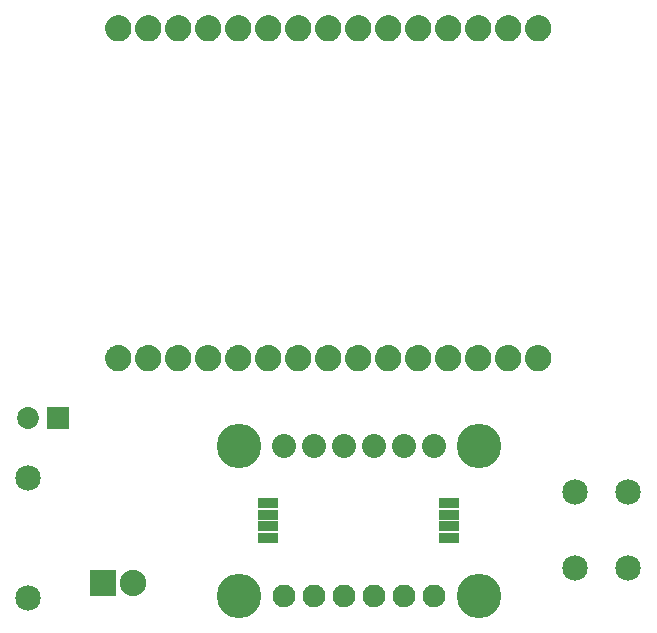
<source format=gbs>
G04 MADE WITH FRITZING*
G04 WWW.FRITZING.ORG*
G04 DOUBLE SIDED*
G04 HOLES PLATED*
G04 CONTOUR ON CENTER OF CONTOUR VECTOR*
%ASAXBY*%
%FSLAX23Y23*%
%MOIN*%
%OFA0B0*%
%SFA1.0B1.0*%
%ADD10C,0.088000*%
%ADD11C,0.148425*%
%ADD12C,0.076000*%
%ADD13C,0.080000*%
%ADD14C,0.085000*%
%ADD15C,0.072992*%
%ADD16R,0.088000X0.088000*%
%ADD17R,0.071024X0.033622*%
%ADD18R,0.072992X0.072992*%
%ADD19R,0.001000X0.001000*%
%LNMASK0*%
G90*
G70*
G54D10*
X398Y213D03*
X498Y213D03*
G54D11*
X849Y172D03*
X849Y672D03*
G54D12*
X1499Y172D03*
X1399Y172D03*
G54D11*
X1649Y172D03*
G54D12*
X1299Y172D03*
G54D11*
X1649Y672D03*
G54D12*
X1199Y172D03*
X1099Y172D03*
X999Y172D03*
G54D13*
X1499Y672D03*
X1399Y672D03*
X1299Y672D03*
X1199Y672D03*
X1099Y672D03*
X999Y672D03*
G54D14*
X148Y563D03*
X148Y163D03*
G54D15*
X247Y763D03*
X148Y763D03*
G54D14*
X1971Y263D03*
X1971Y519D03*
X2148Y263D03*
X2148Y519D03*
G54D16*
X398Y213D03*
G54D17*
X948Y481D03*
X948Y442D03*
X948Y403D03*
X948Y363D03*
X1550Y363D03*
X1550Y403D03*
X1550Y442D03*
X1550Y481D03*
G54D18*
X247Y763D03*
G54D19*
X440Y2106D02*
X456Y2106D01*
X539Y2106D02*
X556Y2106D01*
X639Y2106D02*
X655Y2106D01*
X739Y2106D02*
X755Y2106D01*
X839Y2106D02*
X856Y2106D01*
X939Y2106D02*
X956Y2106D01*
X1039Y2106D02*
X1055Y2106D01*
X1139Y2106D02*
X1155Y2106D01*
X1239Y2106D02*
X1255Y2106D01*
X1339Y2106D02*
X1355Y2106D01*
X1439Y2106D02*
X1455Y2106D01*
X1539Y2106D02*
X1555Y2106D01*
X1639Y2106D02*
X1655Y2106D01*
X1739Y2106D02*
X1755Y2106D01*
X1839Y2106D02*
X1855Y2106D01*
X436Y2105D02*
X460Y2105D01*
X535Y2105D02*
X560Y2105D01*
X635Y2105D02*
X659Y2105D01*
X735Y2105D02*
X759Y2105D01*
X835Y2105D02*
X860Y2105D01*
X935Y2105D02*
X960Y2105D01*
X1035Y2105D02*
X1060Y2105D01*
X1135Y2105D02*
X1160Y2105D01*
X1235Y2105D02*
X1260Y2105D01*
X1335Y2105D02*
X1359Y2105D01*
X1435Y2105D02*
X1459Y2105D01*
X1535Y2105D02*
X1559Y2105D01*
X1635Y2105D02*
X1659Y2105D01*
X1735Y2105D02*
X1759Y2105D01*
X1835Y2105D02*
X1859Y2105D01*
X433Y2104D02*
X463Y2104D01*
X532Y2104D02*
X563Y2104D01*
X632Y2104D02*
X662Y2104D01*
X732Y2104D02*
X762Y2104D01*
X832Y2104D02*
X863Y2104D01*
X932Y2104D02*
X963Y2104D01*
X1032Y2104D02*
X1063Y2104D01*
X1132Y2104D02*
X1163Y2104D01*
X1232Y2104D02*
X1262Y2104D01*
X1332Y2104D02*
X1362Y2104D01*
X1432Y2104D02*
X1462Y2104D01*
X1532Y2104D02*
X1562Y2104D01*
X1632Y2104D02*
X1662Y2104D01*
X1732Y2104D02*
X1762Y2104D01*
X1832Y2104D02*
X1862Y2104D01*
X430Y2103D02*
X465Y2103D01*
X530Y2103D02*
X565Y2103D01*
X630Y2103D02*
X665Y2103D01*
X730Y2103D02*
X765Y2103D01*
X830Y2103D02*
X865Y2103D01*
X930Y2103D02*
X965Y2103D01*
X1030Y2103D02*
X1065Y2103D01*
X1130Y2103D02*
X1165Y2103D01*
X1230Y2103D02*
X1265Y2103D01*
X1330Y2103D02*
X1365Y2103D01*
X1430Y2103D02*
X1465Y2103D01*
X1530Y2103D02*
X1565Y2103D01*
X1630Y2103D02*
X1665Y2103D01*
X1730Y2103D02*
X1765Y2103D01*
X1830Y2103D02*
X1865Y2103D01*
X428Y2102D02*
X467Y2102D01*
X528Y2102D02*
X567Y2102D01*
X628Y2102D02*
X667Y2102D01*
X728Y2102D02*
X767Y2102D01*
X828Y2102D02*
X867Y2102D01*
X928Y2102D02*
X967Y2102D01*
X1028Y2102D02*
X1067Y2102D01*
X1128Y2102D02*
X1167Y2102D01*
X1228Y2102D02*
X1267Y2102D01*
X1328Y2102D02*
X1367Y2102D01*
X1428Y2102D02*
X1467Y2102D01*
X1528Y2102D02*
X1567Y2102D01*
X1628Y2102D02*
X1667Y2102D01*
X1728Y2102D02*
X1767Y2102D01*
X1828Y2102D02*
X1867Y2102D01*
X426Y2101D02*
X469Y2101D01*
X526Y2101D02*
X569Y2101D01*
X626Y2101D02*
X669Y2101D01*
X726Y2101D02*
X768Y2101D01*
X826Y2101D02*
X869Y2101D01*
X926Y2101D02*
X969Y2101D01*
X1026Y2101D02*
X1069Y2101D01*
X1126Y2101D02*
X1169Y2101D01*
X1226Y2101D02*
X1269Y2101D01*
X1326Y2101D02*
X1369Y2101D01*
X1426Y2101D02*
X1469Y2101D01*
X1526Y2101D02*
X1569Y2101D01*
X1626Y2101D02*
X1669Y2101D01*
X1726Y2101D02*
X1769Y2101D01*
X1826Y2101D02*
X1868Y2101D01*
X425Y2100D02*
X471Y2100D01*
X524Y2100D02*
X570Y2100D01*
X624Y2100D02*
X670Y2100D01*
X724Y2100D02*
X770Y2100D01*
X825Y2100D02*
X870Y2100D01*
X924Y2100D02*
X970Y2100D01*
X1024Y2100D02*
X1070Y2100D01*
X1124Y2100D02*
X1170Y2100D01*
X1224Y2100D02*
X1270Y2100D01*
X1324Y2100D02*
X1370Y2100D01*
X1424Y2100D02*
X1470Y2100D01*
X1524Y2100D02*
X1570Y2100D01*
X1624Y2100D02*
X1670Y2100D01*
X1724Y2100D02*
X1770Y2100D01*
X1824Y2100D02*
X1870Y2100D01*
X423Y2099D02*
X472Y2099D01*
X523Y2099D02*
X572Y2099D01*
X623Y2099D02*
X672Y2099D01*
X723Y2099D02*
X772Y2099D01*
X823Y2099D02*
X872Y2099D01*
X923Y2099D02*
X972Y2099D01*
X1023Y2099D02*
X1072Y2099D01*
X1123Y2099D02*
X1172Y2099D01*
X1223Y2099D02*
X1272Y2099D01*
X1323Y2099D02*
X1372Y2099D01*
X1423Y2099D02*
X1472Y2099D01*
X1523Y2099D02*
X1572Y2099D01*
X1623Y2099D02*
X1672Y2099D01*
X1723Y2099D02*
X1772Y2099D01*
X1823Y2099D02*
X1872Y2099D01*
X422Y2098D02*
X474Y2098D01*
X522Y2098D02*
X573Y2098D01*
X621Y2098D02*
X673Y2098D01*
X721Y2098D02*
X773Y2098D01*
X822Y2098D02*
X873Y2098D01*
X922Y2098D02*
X973Y2098D01*
X1022Y2098D02*
X1073Y2098D01*
X1122Y2098D02*
X1173Y2098D01*
X1221Y2098D02*
X1273Y2098D01*
X1321Y2098D02*
X1373Y2098D01*
X1421Y2098D02*
X1473Y2098D01*
X1521Y2098D02*
X1573Y2098D01*
X1621Y2098D02*
X1673Y2098D01*
X1721Y2098D02*
X1773Y2098D01*
X1821Y2098D02*
X1873Y2098D01*
X420Y2097D02*
X475Y2097D01*
X520Y2097D02*
X575Y2097D01*
X620Y2097D02*
X675Y2097D01*
X720Y2097D02*
X774Y2097D01*
X820Y2097D02*
X875Y2097D01*
X920Y2097D02*
X975Y2097D01*
X1020Y2097D02*
X1075Y2097D01*
X1120Y2097D02*
X1175Y2097D01*
X1220Y2097D02*
X1275Y2097D01*
X1320Y2097D02*
X1375Y2097D01*
X1420Y2097D02*
X1475Y2097D01*
X1520Y2097D02*
X1574Y2097D01*
X1620Y2097D02*
X1674Y2097D01*
X1720Y2097D02*
X1774Y2097D01*
X1820Y2097D02*
X1874Y2097D01*
X419Y2096D02*
X476Y2096D01*
X519Y2096D02*
X576Y2096D01*
X619Y2096D02*
X676Y2096D01*
X719Y2096D02*
X775Y2096D01*
X819Y2096D02*
X876Y2096D01*
X919Y2096D02*
X976Y2096D01*
X1019Y2096D02*
X1076Y2096D01*
X1119Y2096D02*
X1176Y2096D01*
X1219Y2096D02*
X1276Y2096D01*
X1319Y2096D02*
X1376Y2096D01*
X1419Y2096D02*
X1476Y2096D01*
X1519Y2096D02*
X1576Y2096D01*
X1619Y2096D02*
X1676Y2096D01*
X1719Y2096D02*
X1776Y2096D01*
X1819Y2096D02*
X1876Y2096D01*
X418Y2095D02*
X477Y2095D01*
X518Y2095D02*
X577Y2095D01*
X618Y2095D02*
X677Y2095D01*
X718Y2095D02*
X777Y2095D01*
X818Y2095D02*
X877Y2095D01*
X918Y2095D02*
X977Y2095D01*
X1018Y2095D02*
X1077Y2095D01*
X1118Y2095D02*
X1177Y2095D01*
X1218Y2095D02*
X1277Y2095D01*
X1318Y2095D02*
X1377Y2095D01*
X1418Y2095D02*
X1477Y2095D01*
X1518Y2095D02*
X1577Y2095D01*
X1618Y2095D02*
X1677Y2095D01*
X1718Y2095D02*
X1777Y2095D01*
X1818Y2095D02*
X1877Y2095D01*
X417Y2094D02*
X478Y2094D01*
X517Y2094D02*
X578Y2094D01*
X617Y2094D02*
X678Y2094D01*
X717Y2094D02*
X778Y2094D01*
X817Y2094D02*
X878Y2094D01*
X917Y2094D02*
X978Y2094D01*
X1017Y2094D02*
X1078Y2094D01*
X1117Y2094D02*
X1178Y2094D01*
X1217Y2094D02*
X1278Y2094D01*
X1317Y2094D02*
X1378Y2094D01*
X1417Y2094D02*
X1478Y2094D01*
X1517Y2094D02*
X1578Y2094D01*
X1617Y2094D02*
X1678Y2094D01*
X1717Y2094D02*
X1778Y2094D01*
X1817Y2094D02*
X1878Y2094D01*
X416Y2093D02*
X479Y2093D01*
X516Y2093D02*
X579Y2093D01*
X616Y2093D02*
X679Y2093D01*
X716Y2093D02*
X779Y2093D01*
X816Y2093D02*
X879Y2093D01*
X916Y2093D02*
X979Y2093D01*
X1016Y2093D02*
X1079Y2093D01*
X1116Y2093D02*
X1179Y2093D01*
X1216Y2093D02*
X1279Y2093D01*
X1316Y2093D02*
X1379Y2093D01*
X1416Y2093D02*
X1479Y2093D01*
X1516Y2093D02*
X1579Y2093D01*
X1616Y2093D02*
X1679Y2093D01*
X1716Y2093D02*
X1779Y2093D01*
X1816Y2093D02*
X1879Y2093D01*
X415Y2092D02*
X480Y2092D01*
X515Y2092D02*
X580Y2092D01*
X615Y2092D02*
X680Y2092D01*
X715Y2092D02*
X779Y2092D01*
X815Y2092D02*
X880Y2092D01*
X915Y2092D02*
X980Y2092D01*
X1015Y2092D02*
X1080Y2092D01*
X1115Y2092D02*
X1180Y2092D01*
X1215Y2092D02*
X1280Y2092D01*
X1315Y2092D02*
X1380Y2092D01*
X1415Y2092D02*
X1480Y2092D01*
X1515Y2092D02*
X1580Y2092D01*
X1615Y2092D02*
X1680Y2092D01*
X1715Y2092D02*
X1780Y2092D01*
X1815Y2092D02*
X1880Y2092D01*
X414Y2091D02*
X481Y2091D01*
X514Y2091D02*
X581Y2091D01*
X614Y2091D02*
X681Y2091D01*
X714Y2091D02*
X780Y2091D01*
X814Y2091D02*
X881Y2091D01*
X914Y2091D02*
X981Y2091D01*
X1014Y2091D02*
X1081Y2091D01*
X1114Y2091D02*
X1181Y2091D01*
X1214Y2091D02*
X1281Y2091D01*
X1314Y2091D02*
X1381Y2091D01*
X1414Y2091D02*
X1481Y2091D01*
X1514Y2091D02*
X1581Y2091D01*
X1614Y2091D02*
X1680Y2091D01*
X1714Y2091D02*
X1780Y2091D01*
X1814Y2091D02*
X1880Y2091D01*
X414Y2090D02*
X482Y2090D01*
X513Y2090D02*
X581Y2090D01*
X613Y2090D02*
X681Y2090D01*
X713Y2090D02*
X781Y2090D01*
X813Y2090D02*
X882Y2090D01*
X913Y2090D02*
X982Y2090D01*
X1013Y2090D02*
X1081Y2090D01*
X1113Y2090D02*
X1181Y2090D01*
X1213Y2090D02*
X1281Y2090D01*
X1313Y2090D02*
X1381Y2090D01*
X1413Y2090D02*
X1481Y2090D01*
X1513Y2090D02*
X1581Y2090D01*
X1613Y2090D02*
X1681Y2090D01*
X1713Y2090D02*
X1781Y2090D01*
X1813Y2090D02*
X1881Y2090D01*
X413Y2089D02*
X482Y2089D01*
X513Y2089D02*
X582Y2089D01*
X612Y2089D02*
X682Y2089D01*
X712Y2089D02*
X782Y2089D01*
X813Y2089D02*
X882Y2089D01*
X913Y2089D02*
X982Y2089D01*
X1013Y2089D02*
X1082Y2089D01*
X1113Y2089D02*
X1182Y2089D01*
X1213Y2089D02*
X1282Y2089D01*
X1313Y2089D02*
X1382Y2089D01*
X1413Y2089D02*
X1482Y2089D01*
X1512Y2089D02*
X1582Y2089D01*
X1612Y2089D02*
X1682Y2089D01*
X1712Y2089D02*
X1782Y2089D01*
X1812Y2089D02*
X1882Y2089D01*
X412Y2088D02*
X483Y2088D01*
X512Y2088D02*
X583Y2088D01*
X612Y2088D02*
X683Y2088D01*
X712Y2088D02*
X783Y2088D01*
X812Y2088D02*
X883Y2088D01*
X912Y2088D02*
X983Y2088D01*
X1012Y2088D02*
X1083Y2088D01*
X1112Y2088D02*
X1183Y2088D01*
X1212Y2088D02*
X1283Y2088D01*
X1312Y2088D02*
X1383Y2088D01*
X1412Y2088D02*
X1483Y2088D01*
X1512Y2088D02*
X1583Y2088D01*
X1612Y2088D02*
X1683Y2088D01*
X1712Y2088D02*
X1783Y2088D01*
X1812Y2088D02*
X1883Y2088D01*
X411Y2087D02*
X484Y2087D01*
X511Y2087D02*
X584Y2087D01*
X611Y2087D02*
X683Y2087D01*
X711Y2087D02*
X783Y2087D01*
X811Y2087D02*
X884Y2087D01*
X911Y2087D02*
X984Y2087D01*
X1011Y2087D02*
X1084Y2087D01*
X1111Y2087D02*
X1184Y2087D01*
X1211Y2087D02*
X1284Y2087D01*
X1311Y2087D02*
X1384Y2087D01*
X1411Y2087D02*
X1483Y2087D01*
X1511Y2087D02*
X1583Y2087D01*
X1611Y2087D02*
X1683Y2087D01*
X1711Y2087D02*
X1783Y2087D01*
X1811Y2087D02*
X1883Y2087D01*
X411Y2086D02*
X484Y2086D01*
X511Y2086D02*
X584Y2086D01*
X610Y2086D02*
X684Y2086D01*
X710Y2086D02*
X784Y2086D01*
X811Y2086D02*
X884Y2086D01*
X911Y2086D02*
X984Y2086D01*
X1011Y2086D02*
X1084Y2086D01*
X1111Y2086D02*
X1184Y2086D01*
X1211Y2086D02*
X1284Y2086D01*
X1311Y2086D02*
X1384Y2086D01*
X1410Y2086D02*
X1484Y2086D01*
X1510Y2086D02*
X1584Y2086D01*
X1610Y2086D02*
X1684Y2086D01*
X1710Y2086D02*
X1784Y2086D01*
X1810Y2086D02*
X1884Y2086D01*
X410Y2085D02*
X485Y2085D01*
X510Y2085D02*
X585Y2085D01*
X610Y2085D02*
X685Y2085D01*
X710Y2085D02*
X785Y2085D01*
X810Y2085D02*
X885Y2085D01*
X910Y2085D02*
X985Y2085D01*
X1010Y2085D02*
X1085Y2085D01*
X1110Y2085D02*
X1185Y2085D01*
X1210Y2085D02*
X1285Y2085D01*
X1310Y2085D02*
X1385Y2085D01*
X1410Y2085D02*
X1485Y2085D01*
X1510Y2085D02*
X1585Y2085D01*
X1610Y2085D02*
X1685Y2085D01*
X1710Y2085D02*
X1785Y2085D01*
X1810Y2085D02*
X1885Y2085D01*
X410Y2084D02*
X486Y2084D01*
X509Y2084D02*
X585Y2084D01*
X609Y2084D02*
X685Y2084D01*
X709Y2084D02*
X785Y2084D01*
X809Y2084D02*
X886Y2084D01*
X909Y2084D02*
X985Y2084D01*
X1009Y2084D02*
X1085Y2084D01*
X1109Y2084D02*
X1185Y2084D01*
X1209Y2084D02*
X1285Y2084D01*
X1309Y2084D02*
X1385Y2084D01*
X1409Y2084D02*
X1485Y2084D01*
X1509Y2084D02*
X1585Y2084D01*
X1609Y2084D02*
X1685Y2084D01*
X1709Y2084D02*
X1785Y2084D01*
X1809Y2084D02*
X1885Y2084D01*
X409Y2083D02*
X486Y2083D01*
X509Y2083D02*
X586Y2083D01*
X609Y2083D02*
X686Y2083D01*
X709Y2083D02*
X786Y2083D01*
X809Y2083D02*
X886Y2083D01*
X909Y2083D02*
X986Y2083D01*
X1009Y2083D02*
X1086Y2083D01*
X1109Y2083D02*
X1186Y2083D01*
X1209Y2083D02*
X1286Y2083D01*
X1309Y2083D02*
X1386Y2083D01*
X1409Y2083D02*
X1486Y2083D01*
X1509Y2083D02*
X1586Y2083D01*
X1609Y2083D02*
X1686Y2083D01*
X1709Y2083D02*
X1786Y2083D01*
X1809Y2083D02*
X1886Y2083D01*
X409Y2082D02*
X487Y2082D01*
X508Y2082D02*
X586Y2082D01*
X608Y2082D02*
X686Y2082D01*
X708Y2082D02*
X786Y2082D01*
X808Y2082D02*
X887Y2082D01*
X908Y2082D02*
X987Y2082D01*
X1008Y2082D02*
X1086Y2082D01*
X1108Y2082D02*
X1186Y2082D01*
X1208Y2082D02*
X1286Y2082D01*
X1308Y2082D02*
X1386Y2082D01*
X1408Y2082D02*
X1486Y2082D01*
X1508Y2082D02*
X1586Y2082D01*
X1608Y2082D02*
X1686Y2082D01*
X1708Y2082D02*
X1786Y2082D01*
X1808Y2082D02*
X1886Y2082D01*
X408Y2081D02*
X487Y2081D01*
X508Y2081D02*
X587Y2081D01*
X608Y2081D02*
X687Y2081D01*
X708Y2081D02*
X787Y2081D01*
X808Y2081D02*
X887Y2081D01*
X908Y2081D02*
X987Y2081D01*
X1008Y2081D02*
X1087Y2081D01*
X1108Y2081D02*
X1187Y2081D01*
X1208Y2081D02*
X1287Y2081D01*
X1308Y2081D02*
X1387Y2081D01*
X1408Y2081D02*
X1487Y2081D01*
X1508Y2081D02*
X1587Y2081D01*
X1608Y2081D02*
X1687Y2081D01*
X1708Y2081D02*
X1787Y2081D01*
X1808Y2081D02*
X1887Y2081D01*
X408Y2080D02*
X488Y2080D01*
X507Y2080D02*
X587Y2080D01*
X607Y2080D02*
X687Y2080D01*
X707Y2080D02*
X787Y2080D01*
X808Y2080D02*
X888Y2080D01*
X907Y2080D02*
X987Y2080D01*
X1007Y2080D02*
X1087Y2080D01*
X1107Y2080D02*
X1187Y2080D01*
X1207Y2080D02*
X1287Y2080D01*
X1307Y2080D02*
X1387Y2080D01*
X1407Y2080D02*
X1487Y2080D01*
X1507Y2080D02*
X1587Y2080D01*
X1607Y2080D02*
X1687Y2080D01*
X1707Y2080D02*
X1787Y2080D01*
X1807Y2080D02*
X1887Y2080D01*
X407Y2079D02*
X488Y2079D01*
X507Y2079D02*
X588Y2079D01*
X607Y2079D02*
X688Y2079D01*
X707Y2079D02*
X787Y2079D01*
X807Y2079D02*
X888Y2079D01*
X907Y2079D02*
X988Y2079D01*
X1007Y2079D02*
X1088Y2079D01*
X1107Y2079D02*
X1188Y2079D01*
X1207Y2079D02*
X1288Y2079D01*
X1307Y2079D02*
X1388Y2079D01*
X1407Y2079D02*
X1488Y2079D01*
X1507Y2079D02*
X1588Y2079D01*
X1607Y2079D02*
X1688Y2079D01*
X1707Y2079D02*
X1788Y2079D01*
X1807Y2079D02*
X1887Y2079D01*
X407Y2078D02*
X488Y2078D01*
X507Y2078D02*
X588Y2078D01*
X607Y2078D02*
X688Y2078D01*
X706Y2078D02*
X788Y2078D01*
X807Y2078D02*
X888Y2078D01*
X907Y2078D02*
X988Y2078D01*
X1007Y2078D02*
X1088Y2078D01*
X1107Y2078D02*
X1188Y2078D01*
X1207Y2078D02*
X1288Y2078D01*
X1307Y2078D02*
X1388Y2078D01*
X1407Y2078D02*
X1488Y2078D01*
X1507Y2078D02*
X1588Y2078D01*
X1606Y2078D02*
X1688Y2078D01*
X1706Y2078D02*
X1788Y2078D01*
X1806Y2078D02*
X1888Y2078D01*
X407Y2077D02*
X489Y2077D01*
X506Y2077D02*
X589Y2077D01*
X606Y2077D02*
X688Y2077D01*
X706Y2077D02*
X788Y2077D01*
X806Y2077D02*
X889Y2077D01*
X906Y2077D02*
X989Y2077D01*
X1006Y2077D02*
X1089Y2077D01*
X1106Y2077D02*
X1188Y2077D01*
X1206Y2077D02*
X1288Y2077D01*
X1306Y2077D02*
X1388Y2077D01*
X1406Y2077D02*
X1488Y2077D01*
X1506Y2077D02*
X1588Y2077D01*
X1606Y2077D02*
X1688Y2077D01*
X1706Y2077D02*
X1788Y2077D01*
X1806Y2077D02*
X1888Y2077D01*
X406Y2076D02*
X489Y2076D01*
X506Y2076D02*
X589Y2076D01*
X606Y2076D02*
X689Y2076D01*
X706Y2076D02*
X788Y2076D01*
X806Y2076D02*
X889Y2076D01*
X906Y2076D02*
X989Y2076D01*
X1006Y2076D02*
X1089Y2076D01*
X1106Y2076D02*
X1189Y2076D01*
X1206Y2076D02*
X1289Y2076D01*
X1306Y2076D02*
X1389Y2076D01*
X1406Y2076D02*
X1489Y2076D01*
X1506Y2076D02*
X1589Y2076D01*
X1606Y2076D02*
X1689Y2076D01*
X1706Y2076D02*
X1789Y2076D01*
X1806Y2076D02*
X1889Y2076D01*
X406Y2075D02*
X489Y2075D01*
X506Y2075D02*
X589Y2075D01*
X606Y2075D02*
X689Y2075D01*
X705Y2075D02*
X789Y2075D01*
X806Y2075D02*
X889Y2075D01*
X906Y2075D02*
X989Y2075D01*
X1006Y2075D02*
X1089Y2075D01*
X1106Y2075D02*
X1189Y2075D01*
X1206Y2075D02*
X1289Y2075D01*
X1306Y2075D02*
X1389Y2075D01*
X1406Y2075D02*
X1489Y2075D01*
X1506Y2075D02*
X1589Y2075D01*
X1606Y2075D02*
X1689Y2075D01*
X1706Y2075D02*
X1789Y2075D01*
X1805Y2075D02*
X1889Y2075D01*
X406Y2074D02*
X490Y2074D01*
X506Y2074D02*
X589Y2074D01*
X605Y2074D02*
X689Y2074D01*
X705Y2074D02*
X789Y2074D01*
X806Y2074D02*
X889Y2074D01*
X906Y2074D02*
X989Y2074D01*
X1006Y2074D02*
X1089Y2074D01*
X1105Y2074D02*
X1189Y2074D01*
X1205Y2074D02*
X1289Y2074D01*
X1305Y2074D02*
X1389Y2074D01*
X1405Y2074D02*
X1489Y2074D01*
X1505Y2074D02*
X1589Y2074D01*
X1605Y2074D02*
X1689Y2074D01*
X1705Y2074D02*
X1789Y2074D01*
X1805Y2074D02*
X1889Y2074D01*
X405Y2073D02*
X490Y2073D01*
X505Y2073D02*
X590Y2073D01*
X605Y2073D02*
X689Y2073D01*
X705Y2073D02*
X789Y2073D01*
X805Y2073D02*
X890Y2073D01*
X905Y2073D02*
X990Y2073D01*
X1005Y2073D02*
X1090Y2073D01*
X1105Y2073D02*
X1190Y2073D01*
X1205Y2073D02*
X1290Y2073D01*
X1305Y2073D02*
X1389Y2073D01*
X1405Y2073D02*
X1489Y2073D01*
X1505Y2073D02*
X1589Y2073D01*
X1605Y2073D02*
X1689Y2073D01*
X1705Y2073D02*
X1789Y2073D01*
X1805Y2073D02*
X1889Y2073D01*
X405Y2072D02*
X490Y2072D01*
X505Y2072D02*
X590Y2072D01*
X605Y2072D02*
X690Y2072D01*
X705Y2072D02*
X789Y2072D01*
X805Y2072D02*
X890Y2072D01*
X905Y2072D02*
X990Y2072D01*
X1005Y2072D02*
X1090Y2072D01*
X1105Y2072D02*
X1190Y2072D01*
X1205Y2072D02*
X1290Y2072D01*
X1305Y2072D02*
X1390Y2072D01*
X1405Y2072D02*
X1490Y2072D01*
X1505Y2072D02*
X1590Y2072D01*
X1605Y2072D02*
X1690Y2072D01*
X1705Y2072D02*
X1790Y2072D01*
X1805Y2072D02*
X1890Y2072D01*
X405Y2071D02*
X490Y2071D01*
X505Y2071D02*
X590Y2071D01*
X605Y2071D02*
X690Y2071D01*
X704Y2071D02*
X790Y2071D01*
X805Y2071D02*
X890Y2071D01*
X905Y2071D02*
X990Y2071D01*
X1005Y2071D02*
X1090Y2071D01*
X1105Y2071D02*
X1190Y2071D01*
X1205Y2071D02*
X1290Y2071D01*
X1305Y2071D02*
X1390Y2071D01*
X1405Y2071D02*
X1490Y2071D01*
X1505Y2071D02*
X1590Y2071D01*
X1605Y2071D02*
X1690Y2071D01*
X1705Y2071D02*
X1790Y2071D01*
X1805Y2071D02*
X1890Y2071D01*
X405Y2070D02*
X490Y2070D01*
X505Y2070D02*
X590Y2070D01*
X605Y2070D02*
X690Y2070D01*
X704Y2070D02*
X790Y2070D01*
X805Y2070D02*
X890Y2070D01*
X905Y2070D02*
X990Y2070D01*
X1005Y2070D02*
X1090Y2070D01*
X1105Y2070D02*
X1190Y2070D01*
X1205Y2070D02*
X1290Y2070D01*
X1305Y2070D02*
X1390Y2070D01*
X1405Y2070D02*
X1490Y2070D01*
X1505Y2070D02*
X1590Y2070D01*
X1604Y2070D02*
X1690Y2070D01*
X1704Y2070D02*
X1790Y2070D01*
X1804Y2070D02*
X1890Y2070D01*
X405Y2069D02*
X491Y2069D01*
X505Y2069D02*
X590Y2069D01*
X604Y2069D02*
X690Y2069D01*
X704Y2069D02*
X790Y2069D01*
X805Y2069D02*
X890Y2069D01*
X905Y2069D02*
X990Y2069D01*
X1005Y2069D02*
X1090Y2069D01*
X1104Y2069D02*
X1190Y2069D01*
X1204Y2069D02*
X1290Y2069D01*
X1304Y2069D02*
X1390Y2069D01*
X1404Y2069D02*
X1490Y2069D01*
X1504Y2069D02*
X1590Y2069D01*
X1604Y2069D02*
X1690Y2069D01*
X1704Y2069D02*
X1790Y2069D01*
X1804Y2069D02*
X1890Y2069D01*
X405Y2068D02*
X491Y2068D01*
X504Y2068D02*
X591Y2068D01*
X604Y2068D02*
X690Y2068D01*
X704Y2068D02*
X790Y2068D01*
X804Y2068D02*
X891Y2068D01*
X904Y2068D02*
X991Y2068D01*
X1004Y2068D02*
X1090Y2068D01*
X1104Y2068D02*
X1190Y2068D01*
X1204Y2068D02*
X1290Y2068D01*
X1304Y2068D02*
X1390Y2068D01*
X1404Y2068D02*
X1490Y2068D01*
X1504Y2068D02*
X1590Y2068D01*
X1604Y2068D02*
X1690Y2068D01*
X1704Y2068D02*
X1790Y2068D01*
X1804Y2068D02*
X1890Y2068D01*
X404Y2067D02*
X491Y2067D01*
X504Y2067D02*
X591Y2067D01*
X604Y2067D02*
X690Y2067D01*
X704Y2067D02*
X790Y2067D01*
X804Y2067D02*
X891Y2067D01*
X904Y2067D02*
X991Y2067D01*
X1004Y2067D02*
X1091Y2067D01*
X1104Y2067D02*
X1191Y2067D01*
X1204Y2067D02*
X1291Y2067D01*
X1304Y2067D02*
X1391Y2067D01*
X1404Y2067D02*
X1490Y2067D01*
X1504Y2067D02*
X1590Y2067D01*
X1604Y2067D02*
X1690Y2067D01*
X1704Y2067D02*
X1790Y2067D01*
X1804Y2067D02*
X1890Y2067D01*
X404Y2066D02*
X491Y2066D01*
X504Y2066D02*
X591Y2066D01*
X604Y2066D02*
X691Y2066D01*
X704Y2066D02*
X790Y2066D01*
X804Y2066D02*
X891Y2066D01*
X904Y2066D02*
X991Y2066D01*
X1004Y2066D02*
X1091Y2066D01*
X1104Y2066D02*
X1191Y2066D01*
X1204Y2066D02*
X1291Y2066D01*
X1304Y2066D02*
X1391Y2066D01*
X1404Y2066D02*
X1491Y2066D01*
X1504Y2066D02*
X1590Y2066D01*
X1604Y2066D02*
X1690Y2066D01*
X1704Y2066D02*
X1790Y2066D01*
X1804Y2066D02*
X1890Y2066D01*
X404Y2065D02*
X491Y2065D01*
X504Y2065D02*
X591Y2065D01*
X604Y2065D02*
X691Y2065D01*
X704Y2065D02*
X790Y2065D01*
X804Y2065D02*
X891Y2065D01*
X904Y2065D02*
X991Y2065D01*
X1004Y2065D02*
X1091Y2065D01*
X1104Y2065D02*
X1191Y2065D01*
X1204Y2065D02*
X1291Y2065D01*
X1304Y2065D02*
X1391Y2065D01*
X1404Y2065D02*
X1491Y2065D01*
X1504Y2065D02*
X1591Y2065D01*
X1604Y2065D02*
X1691Y2065D01*
X1704Y2065D02*
X1790Y2065D01*
X1804Y2065D02*
X1890Y2065D01*
X404Y2064D02*
X491Y2064D01*
X504Y2064D02*
X591Y2064D01*
X604Y2064D02*
X691Y2064D01*
X704Y2064D02*
X790Y2064D01*
X804Y2064D02*
X891Y2064D01*
X904Y2064D02*
X991Y2064D01*
X1004Y2064D02*
X1091Y2064D01*
X1104Y2064D02*
X1191Y2064D01*
X1204Y2064D02*
X1291Y2064D01*
X1304Y2064D02*
X1391Y2064D01*
X1404Y2064D02*
X1491Y2064D01*
X1504Y2064D02*
X1591Y2064D01*
X1604Y2064D02*
X1691Y2064D01*
X1704Y2064D02*
X1791Y2064D01*
X1804Y2064D02*
X1891Y2064D01*
X404Y2063D02*
X491Y2063D01*
X504Y2063D02*
X591Y2063D01*
X604Y2063D02*
X691Y2063D01*
X704Y2063D02*
X790Y2063D01*
X804Y2063D02*
X891Y2063D01*
X904Y2063D02*
X991Y2063D01*
X1004Y2063D02*
X1091Y2063D01*
X1104Y2063D02*
X1191Y2063D01*
X1204Y2063D02*
X1291Y2063D01*
X1304Y2063D02*
X1391Y2063D01*
X1404Y2063D02*
X1491Y2063D01*
X1504Y2063D02*
X1591Y2063D01*
X1604Y2063D02*
X1691Y2063D01*
X1704Y2063D02*
X1791Y2063D01*
X1804Y2063D02*
X1891Y2063D01*
X404Y2062D02*
X491Y2062D01*
X504Y2062D02*
X591Y2062D01*
X604Y2062D02*
X691Y2062D01*
X704Y2062D02*
X790Y2062D01*
X804Y2062D02*
X891Y2062D01*
X904Y2062D02*
X991Y2062D01*
X1004Y2062D02*
X1091Y2062D01*
X1104Y2062D02*
X1191Y2062D01*
X1204Y2062D02*
X1291Y2062D01*
X1304Y2062D02*
X1391Y2062D01*
X1404Y2062D02*
X1491Y2062D01*
X1504Y2062D02*
X1591Y2062D01*
X1604Y2062D02*
X1691Y2062D01*
X1704Y2062D02*
X1791Y2062D01*
X1804Y2062D02*
X1891Y2062D01*
X404Y2061D02*
X491Y2061D01*
X504Y2061D02*
X591Y2061D01*
X604Y2061D02*
X691Y2061D01*
X704Y2061D02*
X790Y2061D01*
X804Y2061D02*
X891Y2061D01*
X904Y2061D02*
X991Y2061D01*
X1004Y2061D02*
X1091Y2061D01*
X1104Y2061D02*
X1191Y2061D01*
X1204Y2061D02*
X1291Y2061D01*
X1304Y2061D02*
X1391Y2061D01*
X1404Y2061D02*
X1491Y2061D01*
X1504Y2061D02*
X1591Y2061D01*
X1604Y2061D02*
X1691Y2061D01*
X1704Y2061D02*
X1790Y2061D01*
X1804Y2061D02*
X1890Y2061D01*
X404Y2060D02*
X491Y2060D01*
X504Y2060D02*
X591Y2060D01*
X604Y2060D02*
X691Y2060D01*
X704Y2060D02*
X790Y2060D01*
X804Y2060D02*
X891Y2060D01*
X904Y2060D02*
X991Y2060D01*
X1004Y2060D02*
X1091Y2060D01*
X1104Y2060D02*
X1191Y2060D01*
X1204Y2060D02*
X1291Y2060D01*
X1304Y2060D02*
X1391Y2060D01*
X1404Y2060D02*
X1491Y2060D01*
X1504Y2060D02*
X1590Y2060D01*
X1604Y2060D02*
X1690Y2060D01*
X1704Y2060D02*
X1790Y2060D01*
X1804Y2060D02*
X1890Y2060D01*
X404Y2059D02*
X491Y2059D01*
X504Y2059D02*
X591Y2059D01*
X604Y2059D02*
X690Y2059D01*
X704Y2059D02*
X790Y2059D01*
X804Y2059D02*
X891Y2059D01*
X904Y2059D02*
X991Y2059D01*
X1004Y2059D02*
X1091Y2059D01*
X1104Y2059D02*
X1191Y2059D01*
X1204Y2059D02*
X1291Y2059D01*
X1304Y2059D02*
X1391Y2059D01*
X1404Y2059D02*
X1490Y2059D01*
X1504Y2059D02*
X1590Y2059D01*
X1604Y2059D02*
X1690Y2059D01*
X1704Y2059D02*
X1790Y2059D01*
X1804Y2059D02*
X1890Y2059D01*
X405Y2058D02*
X491Y2058D01*
X504Y2058D02*
X591Y2058D01*
X604Y2058D02*
X690Y2058D01*
X704Y2058D02*
X790Y2058D01*
X804Y2058D02*
X891Y2058D01*
X904Y2058D02*
X991Y2058D01*
X1004Y2058D02*
X1090Y2058D01*
X1104Y2058D02*
X1190Y2058D01*
X1204Y2058D02*
X1290Y2058D01*
X1304Y2058D02*
X1390Y2058D01*
X1404Y2058D02*
X1490Y2058D01*
X1504Y2058D02*
X1590Y2058D01*
X1604Y2058D02*
X1690Y2058D01*
X1704Y2058D02*
X1790Y2058D01*
X1804Y2058D02*
X1890Y2058D01*
X405Y2057D02*
X491Y2057D01*
X505Y2057D02*
X590Y2057D01*
X604Y2057D02*
X690Y2057D01*
X704Y2057D02*
X790Y2057D01*
X805Y2057D02*
X890Y2057D01*
X905Y2057D02*
X990Y2057D01*
X1005Y2057D02*
X1090Y2057D01*
X1104Y2057D02*
X1190Y2057D01*
X1204Y2057D02*
X1290Y2057D01*
X1304Y2057D02*
X1390Y2057D01*
X1404Y2057D02*
X1490Y2057D01*
X1504Y2057D02*
X1590Y2057D01*
X1604Y2057D02*
X1690Y2057D01*
X1704Y2057D02*
X1790Y2057D01*
X1804Y2057D02*
X1890Y2057D01*
X405Y2056D02*
X490Y2056D01*
X505Y2056D02*
X590Y2056D01*
X605Y2056D02*
X690Y2056D01*
X704Y2056D02*
X790Y2056D01*
X805Y2056D02*
X890Y2056D01*
X905Y2056D02*
X990Y2056D01*
X1005Y2056D02*
X1090Y2056D01*
X1105Y2056D02*
X1190Y2056D01*
X1205Y2056D02*
X1290Y2056D01*
X1305Y2056D02*
X1390Y2056D01*
X1405Y2056D02*
X1490Y2056D01*
X1505Y2056D02*
X1590Y2056D01*
X1604Y2056D02*
X1690Y2056D01*
X1704Y2056D02*
X1790Y2056D01*
X1804Y2056D02*
X1890Y2056D01*
X405Y2055D02*
X490Y2055D01*
X505Y2055D02*
X590Y2055D01*
X605Y2055D02*
X690Y2055D01*
X705Y2055D02*
X790Y2055D01*
X805Y2055D02*
X890Y2055D01*
X905Y2055D02*
X990Y2055D01*
X1005Y2055D02*
X1090Y2055D01*
X1105Y2055D02*
X1190Y2055D01*
X1205Y2055D02*
X1290Y2055D01*
X1305Y2055D02*
X1390Y2055D01*
X1405Y2055D02*
X1490Y2055D01*
X1505Y2055D02*
X1590Y2055D01*
X1605Y2055D02*
X1690Y2055D01*
X1705Y2055D02*
X1790Y2055D01*
X1805Y2055D02*
X1890Y2055D01*
X405Y2054D02*
X490Y2054D01*
X505Y2054D02*
X590Y2054D01*
X605Y2054D02*
X690Y2054D01*
X705Y2054D02*
X789Y2054D01*
X805Y2054D02*
X890Y2054D01*
X905Y2054D02*
X990Y2054D01*
X1005Y2054D02*
X1090Y2054D01*
X1105Y2054D02*
X1190Y2054D01*
X1205Y2054D02*
X1290Y2054D01*
X1305Y2054D02*
X1390Y2054D01*
X1405Y2054D02*
X1490Y2054D01*
X1505Y2054D02*
X1590Y2054D01*
X1605Y2054D02*
X1690Y2054D01*
X1705Y2054D02*
X1790Y2054D01*
X1805Y2054D02*
X1890Y2054D01*
X406Y2053D02*
X490Y2053D01*
X505Y2053D02*
X590Y2053D01*
X605Y2053D02*
X689Y2053D01*
X705Y2053D02*
X789Y2053D01*
X805Y2053D02*
X890Y2053D01*
X905Y2053D02*
X990Y2053D01*
X1005Y2053D02*
X1090Y2053D01*
X1105Y2053D02*
X1190Y2053D01*
X1205Y2053D02*
X1290Y2053D01*
X1305Y2053D02*
X1389Y2053D01*
X1405Y2053D02*
X1489Y2053D01*
X1505Y2053D02*
X1589Y2053D01*
X1605Y2053D02*
X1689Y2053D01*
X1705Y2053D02*
X1789Y2053D01*
X1805Y2053D02*
X1889Y2053D01*
X406Y2052D02*
X490Y2052D01*
X506Y2052D02*
X589Y2052D01*
X605Y2052D02*
X689Y2052D01*
X705Y2052D02*
X789Y2052D01*
X806Y2052D02*
X889Y2052D01*
X906Y2052D02*
X989Y2052D01*
X1006Y2052D02*
X1089Y2052D01*
X1105Y2052D02*
X1189Y2052D01*
X1205Y2052D02*
X1289Y2052D01*
X1305Y2052D02*
X1389Y2052D01*
X1405Y2052D02*
X1489Y2052D01*
X1505Y2052D02*
X1589Y2052D01*
X1605Y2052D02*
X1689Y2052D01*
X1705Y2052D02*
X1789Y2052D01*
X1805Y2052D02*
X1889Y2052D01*
X406Y2051D02*
X489Y2051D01*
X506Y2051D02*
X589Y2051D01*
X606Y2051D02*
X689Y2051D01*
X705Y2051D02*
X789Y2051D01*
X806Y2051D02*
X889Y2051D01*
X906Y2051D02*
X989Y2051D01*
X1006Y2051D02*
X1089Y2051D01*
X1106Y2051D02*
X1189Y2051D01*
X1206Y2051D02*
X1289Y2051D01*
X1306Y2051D02*
X1389Y2051D01*
X1406Y2051D02*
X1489Y2051D01*
X1506Y2051D02*
X1589Y2051D01*
X1606Y2051D02*
X1689Y2051D01*
X1706Y2051D02*
X1789Y2051D01*
X1805Y2051D02*
X1889Y2051D01*
X406Y2050D02*
X489Y2050D01*
X506Y2050D02*
X589Y2050D01*
X606Y2050D02*
X689Y2050D01*
X706Y2050D02*
X788Y2050D01*
X806Y2050D02*
X889Y2050D01*
X906Y2050D02*
X989Y2050D01*
X1006Y2050D02*
X1089Y2050D01*
X1106Y2050D02*
X1189Y2050D01*
X1206Y2050D02*
X1289Y2050D01*
X1306Y2050D02*
X1389Y2050D01*
X1406Y2050D02*
X1489Y2050D01*
X1506Y2050D02*
X1589Y2050D01*
X1606Y2050D02*
X1689Y2050D01*
X1706Y2050D02*
X1789Y2050D01*
X1806Y2050D02*
X1889Y2050D01*
X407Y2049D02*
X489Y2049D01*
X506Y2049D02*
X589Y2049D01*
X606Y2049D02*
X688Y2049D01*
X706Y2049D02*
X788Y2049D01*
X806Y2049D02*
X889Y2049D01*
X906Y2049D02*
X989Y2049D01*
X1006Y2049D02*
X1088Y2049D01*
X1106Y2049D02*
X1188Y2049D01*
X1206Y2049D02*
X1288Y2049D01*
X1306Y2049D02*
X1388Y2049D01*
X1406Y2049D02*
X1488Y2049D01*
X1506Y2049D02*
X1588Y2049D01*
X1606Y2049D02*
X1688Y2049D01*
X1706Y2049D02*
X1788Y2049D01*
X1806Y2049D02*
X1888Y2049D01*
X407Y2048D02*
X488Y2048D01*
X507Y2048D02*
X588Y2048D01*
X607Y2048D02*
X688Y2048D01*
X706Y2048D02*
X788Y2048D01*
X807Y2048D02*
X888Y2048D01*
X907Y2048D02*
X988Y2048D01*
X1007Y2048D02*
X1088Y2048D01*
X1107Y2048D02*
X1188Y2048D01*
X1207Y2048D02*
X1288Y2048D01*
X1307Y2048D02*
X1388Y2048D01*
X1407Y2048D02*
X1488Y2048D01*
X1507Y2048D02*
X1588Y2048D01*
X1607Y2048D02*
X1688Y2048D01*
X1706Y2048D02*
X1788Y2048D01*
X1806Y2048D02*
X1888Y2048D01*
X407Y2047D02*
X488Y2047D01*
X507Y2047D02*
X588Y2047D01*
X607Y2047D02*
X688Y2047D01*
X707Y2047D02*
X787Y2047D01*
X807Y2047D02*
X888Y2047D01*
X907Y2047D02*
X988Y2047D01*
X1007Y2047D02*
X1088Y2047D01*
X1107Y2047D02*
X1188Y2047D01*
X1207Y2047D02*
X1288Y2047D01*
X1307Y2047D02*
X1388Y2047D01*
X1407Y2047D02*
X1488Y2047D01*
X1507Y2047D02*
X1588Y2047D01*
X1607Y2047D02*
X1688Y2047D01*
X1707Y2047D02*
X1788Y2047D01*
X1807Y2047D02*
X1887Y2047D01*
X408Y2046D02*
X488Y2046D01*
X507Y2046D02*
X587Y2046D01*
X607Y2046D02*
X687Y2046D01*
X707Y2046D02*
X787Y2046D01*
X808Y2046D02*
X887Y2046D01*
X908Y2046D02*
X987Y2046D01*
X1007Y2046D02*
X1087Y2046D01*
X1107Y2046D02*
X1187Y2046D01*
X1207Y2046D02*
X1287Y2046D01*
X1307Y2046D02*
X1387Y2046D01*
X1407Y2046D02*
X1487Y2046D01*
X1507Y2046D02*
X1587Y2046D01*
X1607Y2046D02*
X1687Y2046D01*
X1707Y2046D02*
X1787Y2046D01*
X1807Y2046D02*
X1887Y2046D01*
X408Y2045D02*
X487Y2045D01*
X508Y2045D02*
X587Y2045D01*
X608Y2045D02*
X687Y2045D01*
X708Y2045D02*
X787Y2045D01*
X808Y2045D02*
X887Y2045D01*
X908Y2045D02*
X987Y2045D01*
X1008Y2045D02*
X1087Y2045D01*
X1108Y2045D02*
X1187Y2045D01*
X1208Y2045D02*
X1287Y2045D01*
X1308Y2045D02*
X1387Y2045D01*
X1408Y2045D02*
X1487Y2045D01*
X1508Y2045D02*
X1587Y2045D01*
X1608Y2045D02*
X1687Y2045D01*
X1708Y2045D02*
X1787Y2045D01*
X1808Y2045D02*
X1887Y2045D01*
X409Y2044D02*
X487Y2044D01*
X508Y2044D02*
X586Y2044D01*
X608Y2044D02*
X686Y2044D01*
X708Y2044D02*
X786Y2044D01*
X808Y2044D02*
X887Y2044D01*
X908Y2044D02*
X986Y2044D01*
X1008Y2044D02*
X1086Y2044D01*
X1108Y2044D02*
X1186Y2044D01*
X1208Y2044D02*
X1286Y2044D01*
X1308Y2044D02*
X1386Y2044D01*
X1408Y2044D02*
X1486Y2044D01*
X1508Y2044D02*
X1586Y2044D01*
X1608Y2044D02*
X1686Y2044D01*
X1708Y2044D02*
X1786Y2044D01*
X1808Y2044D02*
X1886Y2044D01*
X409Y2043D02*
X486Y2043D01*
X509Y2043D02*
X586Y2043D01*
X609Y2043D02*
X686Y2043D01*
X709Y2043D02*
X786Y2043D01*
X809Y2043D02*
X886Y2043D01*
X909Y2043D02*
X986Y2043D01*
X1009Y2043D02*
X1086Y2043D01*
X1109Y2043D02*
X1186Y2043D01*
X1209Y2043D02*
X1286Y2043D01*
X1309Y2043D02*
X1386Y2043D01*
X1409Y2043D02*
X1486Y2043D01*
X1509Y2043D02*
X1586Y2043D01*
X1609Y2043D02*
X1686Y2043D01*
X1709Y2043D02*
X1786Y2043D01*
X1809Y2043D02*
X1886Y2043D01*
X410Y2042D02*
X486Y2042D01*
X509Y2042D02*
X585Y2042D01*
X609Y2042D02*
X685Y2042D01*
X709Y2042D02*
X785Y2042D01*
X810Y2042D02*
X885Y2042D01*
X909Y2042D02*
X985Y2042D01*
X1009Y2042D02*
X1085Y2042D01*
X1109Y2042D02*
X1185Y2042D01*
X1209Y2042D02*
X1285Y2042D01*
X1309Y2042D02*
X1385Y2042D01*
X1409Y2042D02*
X1485Y2042D01*
X1509Y2042D02*
X1585Y2042D01*
X1609Y2042D02*
X1685Y2042D01*
X1709Y2042D02*
X1785Y2042D01*
X1809Y2042D02*
X1885Y2042D01*
X410Y2041D02*
X485Y2041D01*
X510Y2041D02*
X585Y2041D01*
X610Y2041D02*
X685Y2041D01*
X710Y2041D02*
X784Y2041D01*
X810Y2041D02*
X885Y2041D01*
X910Y2041D02*
X985Y2041D01*
X1010Y2041D02*
X1085Y2041D01*
X1110Y2041D02*
X1185Y2041D01*
X1210Y2041D02*
X1285Y2041D01*
X1310Y2041D02*
X1385Y2041D01*
X1410Y2041D02*
X1485Y2041D01*
X1510Y2041D02*
X1585Y2041D01*
X1610Y2041D02*
X1685Y2041D01*
X1710Y2041D02*
X1785Y2041D01*
X1810Y2041D02*
X1885Y2041D01*
X411Y2040D02*
X484Y2040D01*
X511Y2040D02*
X584Y2040D01*
X611Y2040D02*
X684Y2040D01*
X710Y2040D02*
X784Y2040D01*
X811Y2040D02*
X884Y2040D01*
X911Y2040D02*
X984Y2040D01*
X1011Y2040D02*
X1084Y2040D01*
X1111Y2040D02*
X1184Y2040D01*
X1211Y2040D02*
X1284Y2040D01*
X1311Y2040D02*
X1384Y2040D01*
X1411Y2040D02*
X1484Y2040D01*
X1510Y2040D02*
X1584Y2040D01*
X1610Y2040D02*
X1684Y2040D01*
X1710Y2040D02*
X1784Y2040D01*
X1810Y2040D02*
X1884Y2040D01*
X412Y2039D02*
X484Y2039D01*
X511Y2039D02*
X584Y2039D01*
X611Y2039D02*
X683Y2039D01*
X711Y2039D02*
X783Y2039D01*
X811Y2039D02*
X884Y2039D01*
X911Y2039D02*
X984Y2039D01*
X1011Y2039D02*
X1084Y2039D01*
X1111Y2039D02*
X1184Y2039D01*
X1211Y2039D02*
X1284Y2039D01*
X1311Y2039D02*
X1383Y2039D01*
X1411Y2039D02*
X1483Y2039D01*
X1511Y2039D02*
X1583Y2039D01*
X1611Y2039D02*
X1683Y2039D01*
X1711Y2039D02*
X1783Y2039D01*
X1811Y2039D02*
X1883Y2039D01*
X412Y2038D02*
X483Y2038D01*
X512Y2038D02*
X583Y2038D01*
X612Y2038D02*
X683Y2038D01*
X712Y2038D02*
X783Y2038D01*
X812Y2038D02*
X883Y2038D01*
X912Y2038D02*
X983Y2038D01*
X1012Y2038D02*
X1083Y2038D01*
X1112Y2038D02*
X1183Y2038D01*
X1212Y2038D02*
X1283Y2038D01*
X1312Y2038D02*
X1383Y2038D01*
X1412Y2038D02*
X1483Y2038D01*
X1512Y2038D02*
X1583Y2038D01*
X1612Y2038D02*
X1683Y2038D01*
X1712Y2038D02*
X1783Y2038D01*
X1812Y2038D02*
X1883Y2038D01*
X413Y2037D02*
X482Y2037D01*
X513Y2037D02*
X582Y2037D01*
X613Y2037D02*
X682Y2037D01*
X712Y2037D02*
X782Y2037D01*
X813Y2037D02*
X882Y2037D01*
X913Y2037D02*
X982Y2037D01*
X1013Y2037D02*
X1082Y2037D01*
X1113Y2037D02*
X1182Y2037D01*
X1213Y2037D02*
X1282Y2037D01*
X1313Y2037D02*
X1382Y2037D01*
X1413Y2037D02*
X1482Y2037D01*
X1513Y2037D02*
X1582Y2037D01*
X1612Y2037D02*
X1682Y2037D01*
X1712Y2037D02*
X1782Y2037D01*
X1812Y2037D02*
X1882Y2037D01*
X414Y2036D02*
X482Y2036D01*
X513Y2036D02*
X581Y2036D01*
X613Y2036D02*
X681Y2036D01*
X713Y2036D02*
X781Y2036D01*
X814Y2036D02*
X881Y2036D01*
X913Y2036D02*
X981Y2036D01*
X1013Y2036D02*
X1081Y2036D01*
X1113Y2036D02*
X1181Y2036D01*
X1213Y2036D02*
X1281Y2036D01*
X1313Y2036D02*
X1381Y2036D01*
X1413Y2036D02*
X1481Y2036D01*
X1513Y2036D02*
X1581Y2036D01*
X1613Y2036D02*
X1681Y2036D01*
X1713Y2036D02*
X1781Y2036D01*
X1813Y2036D02*
X1881Y2036D01*
X414Y2035D02*
X481Y2035D01*
X514Y2035D02*
X581Y2035D01*
X614Y2035D02*
X681Y2035D01*
X714Y2035D02*
X780Y2035D01*
X814Y2035D02*
X881Y2035D01*
X914Y2035D02*
X981Y2035D01*
X1014Y2035D02*
X1081Y2035D01*
X1114Y2035D02*
X1181Y2035D01*
X1214Y2035D02*
X1281Y2035D01*
X1314Y2035D02*
X1381Y2035D01*
X1414Y2035D02*
X1481Y2035D01*
X1514Y2035D02*
X1580Y2035D01*
X1614Y2035D02*
X1680Y2035D01*
X1714Y2035D02*
X1780Y2035D01*
X1814Y2035D02*
X1880Y2035D01*
X415Y2034D02*
X480Y2034D01*
X515Y2034D02*
X580Y2034D01*
X615Y2034D02*
X680Y2034D01*
X715Y2034D02*
X779Y2034D01*
X815Y2034D02*
X880Y2034D01*
X915Y2034D02*
X980Y2034D01*
X1015Y2034D02*
X1080Y2034D01*
X1115Y2034D02*
X1180Y2034D01*
X1215Y2034D02*
X1280Y2034D01*
X1315Y2034D02*
X1380Y2034D01*
X1415Y2034D02*
X1480Y2034D01*
X1515Y2034D02*
X1580Y2034D01*
X1615Y2034D02*
X1680Y2034D01*
X1715Y2034D02*
X1780Y2034D01*
X1815Y2034D02*
X1879Y2034D01*
X416Y2033D02*
X479Y2033D01*
X516Y2033D02*
X579Y2033D01*
X616Y2033D02*
X679Y2033D01*
X716Y2033D02*
X779Y2033D01*
X816Y2033D02*
X879Y2033D01*
X916Y2033D02*
X979Y2033D01*
X1016Y2033D02*
X1079Y2033D01*
X1116Y2033D02*
X1179Y2033D01*
X1216Y2033D02*
X1279Y2033D01*
X1316Y2033D02*
X1379Y2033D01*
X1416Y2033D02*
X1479Y2033D01*
X1516Y2033D02*
X1579Y2033D01*
X1616Y2033D02*
X1679Y2033D01*
X1716Y2033D02*
X1779Y2033D01*
X1816Y2033D02*
X1879Y2033D01*
X417Y2032D02*
X478Y2032D01*
X517Y2032D02*
X578Y2032D01*
X617Y2032D02*
X678Y2032D01*
X717Y2032D02*
X778Y2032D01*
X817Y2032D02*
X878Y2032D01*
X917Y2032D02*
X978Y2032D01*
X1017Y2032D02*
X1078Y2032D01*
X1117Y2032D02*
X1178Y2032D01*
X1217Y2032D02*
X1278Y2032D01*
X1317Y2032D02*
X1378Y2032D01*
X1417Y2032D02*
X1478Y2032D01*
X1517Y2032D02*
X1578Y2032D01*
X1617Y2032D02*
X1678Y2032D01*
X1717Y2032D02*
X1778Y2032D01*
X1817Y2032D02*
X1878Y2032D01*
X418Y2031D02*
X477Y2031D01*
X518Y2031D02*
X577Y2031D01*
X618Y2031D02*
X677Y2031D01*
X718Y2031D02*
X777Y2031D01*
X818Y2031D02*
X877Y2031D01*
X918Y2031D02*
X977Y2031D01*
X1018Y2031D02*
X1077Y2031D01*
X1118Y2031D02*
X1177Y2031D01*
X1218Y2031D02*
X1277Y2031D01*
X1318Y2031D02*
X1377Y2031D01*
X1418Y2031D02*
X1477Y2031D01*
X1518Y2031D02*
X1577Y2031D01*
X1618Y2031D02*
X1677Y2031D01*
X1718Y2031D02*
X1777Y2031D01*
X1818Y2031D02*
X1877Y2031D01*
X419Y2030D02*
X476Y2030D01*
X519Y2030D02*
X576Y2030D01*
X619Y2030D02*
X676Y2030D01*
X719Y2030D02*
X775Y2030D01*
X819Y2030D02*
X876Y2030D01*
X919Y2030D02*
X976Y2030D01*
X1019Y2030D02*
X1076Y2030D01*
X1119Y2030D02*
X1176Y2030D01*
X1219Y2030D02*
X1276Y2030D01*
X1319Y2030D02*
X1376Y2030D01*
X1419Y2030D02*
X1476Y2030D01*
X1519Y2030D02*
X1576Y2030D01*
X1619Y2030D02*
X1676Y2030D01*
X1719Y2030D02*
X1775Y2030D01*
X1819Y2030D02*
X1875Y2030D01*
X421Y2029D02*
X475Y2029D01*
X520Y2029D02*
X575Y2029D01*
X620Y2029D02*
X674Y2029D01*
X720Y2029D02*
X774Y2029D01*
X820Y2029D02*
X875Y2029D01*
X920Y2029D02*
X975Y2029D01*
X1020Y2029D02*
X1075Y2029D01*
X1120Y2029D02*
X1175Y2029D01*
X1220Y2029D02*
X1274Y2029D01*
X1320Y2029D02*
X1374Y2029D01*
X1420Y2029D02*
X1474Y2029D01*
X1520Y2029D02*
X1574Y2029D01*
X1620Y2029D02*
X1674Y2029D01*
X1720Y2029D02*
X1774Y2029D01*
X1820Y2029D02*
X1874Y2029D01*
X422Y2028D02*
X473Y2028D01*
X522Y2028D02*
X573Y2028D01*
X621Y2028D02*
X673Y2028D01*
X721Y2028D02*
X773Y2028D01*
X822Y2028D02*
X873Y2028D01*
X922Y2028D02*
X973Y2028D01*
X1022Y2028D02*
X1073Y2028D01*
X1122Y2028D02*
X1173Y2028D01*
X1222Y2028D02*
X1273Y2028D01*
X1322Y2028D02*
X1373Y2028D01*
X1422Y2028D02*
X1473Y2028D01*
X1521Y2028D02*
X1573Y2028D01*
X1621Y2028D02*
X1673Y2028D01*
X1721Y2028D02*
X1773Y2028D01*
X1821Y2028D02*
X1873Y2028D01*
X423Y2027D02*
X472Y2027D01*
X523Y2027D02*
X572Y2027D01*
X623Y2027D02*
X672Y2027D01*
X723Y2027D02*
X772Y2027D01*
X823Y2027D02*
X872Y2027D01*
X923Y2027D02*
X972Y2027D01*
X1023Y2027D02*
X1072Y2027D01*
X1123Y2027D02*
X1172Y2027D01*
X1223Y2027D02*
X1272Y2027D01*
X1323Y2027D02*
X1372Y2027D01*
X1423Y2027D02*
X1472Y2027D01*
X1523Y2027D02*
X1572Y2027D01*
X1623Y2027D02*
X1672Y2027D01*
X1723Y2027D02*
X1772Y2027D01*
X1823Y2027D02*
X1872Y2027D01*
X425Y2026D02*
X471Y2026D01*
X525Y2026D02*
X570Y2026D01*
X624Y2026D02*
X670Y2026D01*
X724Y2026D02*
X770Y2026D01*
X825Y2026D02*
X870Y2026D01*
X925Y2026D02*
X970Y2026D01*
X1025Y2026D02*
X1070Y2026D01*
X1125Y2026D02*
X1170Y2026D01*
X1224Y2026D02*
X1270Y2026D01*
X1324Y2026D02*
X1370Y2026D01*
X1424Y2026D02*
X1470Y2026D01*
X1524Y2026D02*
X1570Y2026D01*
X1624Y2026D02*
X1670Y2026D01*
X1724Y2026D02*
X1770Y2026D01*
X1824Y2026D02*
X1870Y2026D01*
X426Y2025D02*
X469Y2025D01*
X526Y2025D02*
X569Y2025D01*
X626Y2025D02*
X669Y2025D01*
X726Y2025D02*
X768Y2025D01*
X826Y2025D02*
X869Y2025D01*
X926Y2025D02*
X969Y2025D01*
X1026Y2025D02*
X1069Y2025D01*
X1126Y2025D02*
X1169Y2025D01*
X1226Y2025D02*
X1269Y2025D01*
X1326Y2025D02*
X1369Y2025D01*
X1426Y2025D02*
X1469Y2025D01*
X1526Y2025D02*
X1569Y2025D01*
X1626Y2025D02*
X1668Y2025D01*
X1726Y2025D02*
X1768Y2025D01*
X1826Y2025D02*
X1868Y2025D01*
X428Y2024D02*
X467Y2024D01*
X528Y2024D02*
X567Y2024D01*
X628Y2024D02*
X667Y2024D01*
X728Y2024D02*
X767Y2024D01*
X828Y2024D02*
X867Y2024D01*
X928Y2024D02*
X967Y2024D01*
X1028Y2024D02*
X1067Y2024D01*
X1128Y2024D02*
X1167Y2024D01*
X1228Y2024D02*
X1267Y2024D01*
X1328Y2024D02*
X1367Y2024D01*
X1428Y2024D02*
X1467Y2024D01*
X1528Y2024D02*
X1567Y2024D01*
X1628Y2024D02*
X1667Y2024D01*
X1728Y2024D02*
X1767Y2024D01*
X1828Y2024D02*
X1867Y2024D01*
X430Y2023D02*
X465Y2023D01*
X530Y2023D02*
X565Y2023D01*
X630Y2023D02*
X665Y2023D01*
X730Y2023D02*
X765Y2023D01*
X830Y2023D02*
X865Y2023D01*
X930Y2023D02*
X965Y2023D01*
X1030Y2023D02*
X1065Y2023D01*
X1130Y2023D02*
X1165Y2023D01*
X1230Y2023D02*
X1265Y2023D01*
X1330Y2023D02*
X1365Y2023D01*
X1430Y2023D02*
X1465Y2023D01*
X1530Y2023D02*
X1565Y2023D01*
X1630Y2023D02*
X1665Y2023D01*
X1730Y2023D02*
X1765Y2023D01*
X1830Y2023D02*
X1865Y2023D01*
X433Y2022D02*
X463Y2022D01*
X533Y2022D02*
X562Y2022D01*
X632Y2022D02*
X662Y2022D01*
X732Y2022D02*
X762Y2022D01*
X833Y2022D02*
X862Y2022D01*
X933Y2022D02*
X962Y2022D01*
X1033Y2022D02*
X1062Y2022D01*
X1132Y2022D02*
X1162Y2022D01*
X1232Y2022D02*
X1262Y2022D01*
X1332Y2022D02*
X1362Y2022D01*
X1432Y2022D02*
X1462Y2022D01*
X1532Y2022D02*
X1562Y2022D01*
X1632Y2022D02*
X1662Y2022D01*
X1732Y2022D02*
X1762Y2022D01*
X1832Y2022D02*
X1862Y2022D01*
X436Y2021D02*
X460Y2021D01*
X536Y2021D02*
X559Y2021D01*
X635Y2021D02*
X659Y2021D01*
X735Y2021D02*
X759Y2021D01*
X836Y2021D02*
X859Y2021D01*
X936Y2021D02*
X959Y2021D01*
X1036Y2021D02*
X1059Y2021D01*
X1136Y2021D02*
X1159Y2021D01*
X1235Y2021D02*
X1259Y2021D01*
X1335Y2021D02*
X1359Y2021D01*
X1435Y2021D02*
X1459Y2021D01*
X1535Y2021D02*
X1559Y2021D01*
X1635Y2021D02*
X1659Y2021D01*
X1735Y2021D02*
X1759Y2021D01*
X1835Y2021D02*
X1859Y2021D01*
X440Y2020D02*
X455Y2020D01*
X540Y2020D02*
X555Y2020D01*
X640Y2020D02*
X655Y2020D01*
X739Y2020D02*
X755Y2020D01*
X840Y2020D02*
X855Y2020D01*
X940Y2020D02*
X955Y2020D01*
X1040Y2020D02*
X1055Y2020D01*
X1140Y2020D02*
X1155Y2020D01*
X1240Y2020D02*
X1255Y2020D01*
X1340Y2020D02*
X1355Y2020D01*
X1440Y2020D02*
X1455Y2020D01*
X1540Y2020D02*
X1555Y2020D01*
X1640Y2020D02*
X1655Y2020D01*
X1740Y2020D02*
X1755Y2020D01*
X1839Y2020D02*
X1855Y2020D01*
X442Y1007D02*
X453Y1007D01*
X542Y1007D02*
X553Y1007D01*
X642Y1007D02*
X653Y1007D01*
X742Y1007D02*
X752Y1007D01*
X842Y1007D02*
X853Y1007D01*
X942Y1007D02*
X953Y1007D01*
X1042Y1007D02*
X1053Y1007D01*
X1142Y1007D02*
X1153Y1007D01*
X1242Y1007D02*
X1253Y1007D01*
X1342Y1007D02*
X1353Y1007D01*
X1442Y1007D02*
X1453Y1007D01*
X1542Y1007D02*
X1552Y1007D01*
X1642Y1007D02*
X1652Y1007D01*
X1742Y1007D02*
X1752Y1007D01*
X1842Y1007D02*
X1852Y1007D01*
X437Y1006D02*
X458Y1006D01*
X537Y1006D02*
X558Y1006D01*
X637Y1006D02*
X658Y1006D01*
X737Y1006D02*
X757Y1006D01*
X837Y1006D02*
X858Y1006D01*
X937Y1006D02*
X958Y1006D01*
X1037Y1006D02*
X1058Y1006D01*
X1137Y1006D02*
X1158Y1006D01*
X1237Y1006D02*
X1258Y1006D01*
X1337Y1006D02*
X1358Y1006D01*
X1437Y1006D02*
X1458Y1006D01*
X1537Y1006D02*
X1558Y1006D01*
X1637Y1006D02*
X1658Y1006D01*
X1737Y1006D02*
X1758Y1006D01*
X1837Y1006D02*
X1857Y1006D01*
X434Y1005D02*
X461Y1005D01*
X534Y1005D02*
X561Y1005D01*
X633Y1005D02*
X661Y1005D01*
X733Y1005D02*
X761Y1005D01*
X834Y1005D02*
X861Y1005D01*
X934Y1005D02*
X961Y1005D01*
X1034Y1005D02*
X1061Y1005D01*
X1134Y1005D02*
X1161Y1005D01*
X1234Y1005D02*
X1261Y1005D01*
X1333Y1005D02*
X1361Y1005D01*
X1433Y1005D02*
X1461Y1005D01*
X1533Y1005D02*
X1561Y1005D01*
X1633Y1005D02*
X1661Y1005D01*
X1733Y1005D02*
X1761Y1005D01*
X1833Y1005D02*
X1861Y1005D01*
X431Y1004D02*
X464Y1004D01*
X531Y1004D02*
X564Y1004D01*
X631Y1004D02*
X664Y1004D01*
X730Y1004D02*
X764Y1004D01*
X831Y1004D02*
X864Y1004D01*
X931Y1004D02*
X964Y1004D01*
X1031Y1004D02*
X1064Y1004D01*
X1131Y1004D02*
X1164Y1004D01*
X1231Y1004D02*
X1264Y1004D01*
X1331Y1004D02*
X1364Y1004D01*
X1431Y1004D02*
X1464Y1004D01*
X1531Y1004D02*
X1564Y1004D01*
X1631Y1004D02*
X1664Y1004D01*
X1731Y1004D02*
X1764Y1004D01*
X1831Y1004D02*
X1864Y1004D01*
X429Y1003D02*
X466Y1003D01*
X529Y1003D02*
X566Y1003D01*
X629Y1003D02*
X666Y1003D01*
X728Y1003D02*
X766Y1003D01*
X829Y1003D02*
X866Y1003D01*
X929Y1003D02*
X966Y1003D01*
X1029Y1003D02*
X1066Y1003D01*
X1129Y1003D02*
X1166Y1003D01*
X1229Y1003D02*
X1266Y1003D01*
X1329Y1003D02*
X1366Y1003D01*
X1429Y1003D02*
X1466Y1003D01*
X1529Y1003D02*
X1566Y1003D01*
X1629Y1003D02*
X1666Y1003D01*
X1728Y1003D02*
X1766Y1003D01*
X1828Y1003D02*
X1866Y1003D01*
X427Y1002D02*
X468Y1002D01*
X527Y1002D02*
X568Y1002D01*
X627Y1002D02*
X668Y1002D01*
X726Y1002D02*
X768Y1002D01*
X827Y1002D02*
X868Y1002D01*
X927Y1002D02*
X968Y1002D01*
X1027Y1002D02*
X1068Y1002D01*
X1127Y1002D02*
X1168Y1002D01*
X1227Y1002D02*
X1268Y1002D01*
X1327Y1002D02*
X1368Y1002D01*
X1427Y1002D02*
X1468Y1002D01*
X1527Y1002D02*
X1568Y1002D01*
X1627Y1002D02*
X1668Y1002D01*
X1727Y1002D02*
X1768Y1002D01*
X1827Y1002D02*
X1868Y1002D01*
X425Y1001D02*
X470Y1001D01*
X525Y1001D02*
X570Y1001D01*
X625Y1001D02*
X670Y1001D01*
X725Y1001D02*
X769Y1001D01*
X825Y1001D02*
X870Y1001D01*
X925Y1001D02*
X970Y1001D01*
X1025Y1001D02*
X1070Y1001D01*
X1125Y1001D02*
X1170Y1001D01*
X1225Y1001D02*
X1270Y1001D01*
X1325Y1001D02*
X1370Y1001D01*
X1425Y1001D02*
X1470Y1001D01*
X1525Y1001D02*
X1569Y1001D01*
X1625Y1001D02*
X1669Y1001D01*
X1725Y1001D02*
X1769Y1001D01*
X1825Y1001D02*
X1869Y1001D01*
X424Y1000D02*
X472Y1000D01*
X524Y1000D02*
X571Y1000D01*
X623Y1000D02*
X671Y1000D01*
X723Y1000D02*
X771Y1000D01*
X824Y1000D02*
X871Y1000D01*
X924Y1000D02*
X971Y1000D01*
X1024Y1000D02*
X1071Y1000D01*
X1124Y1000D02*
X1171Y1000D01*
X1223Y1000D02*
X1271Y1000D01*
X1323Y1000D02*
X1371Y1000D01*
X1423Y1000D02*
X1471Y1000D01*
X1523Y1000D02*
X1571Y1000D01*
X1623Y1000D02*
X1671Y1000D01*
X1723Y1000D02*
X1771Y1000D01*
X1823Y1000D02*
X1871Y1000D01*
X422Y999D02*
X473Y999D01*
X522Y999D02*
X573Y999D01*
X622Y999D02*
X673Y999D01*
X722Y999D02*
X772Y999D01*
X822Y999D02*
X873Y999D01*
X922Y999D02*
X973Y999D01*
X1022Y999D02*
X1073Y999D01*
X1122Y999D02*
X1173Y999D01*
X1222Y999D02*
X1273Y999D01*
X1322Y999D02*
X1373Y999D01*
X1422Y999D02*
X1473Y999D01*
X1522Y999D02*
X1573Y999D01*
X1622Y999D02*
X1672Y999D01*
X1722Y999D02*
X1772Y999D01*
X1822Y999D02*
X1872Y999D01*
X421Y998D02*
X474Y998D01*
X521Y998D02*
X574Y998D01*
X621Y998D02*
X674Y998D01*
X720Y998D02*
X774Y998D01*
X821Y998D02*
X874Y998D01*
X921Y998D02*
X974Y998D01*
X1021Y998D02*
X1074Y998D01*
X1121Y998D02*
X1174Y998D01*
X1221Y998D02*
X1274Y998D01*
X1321Y998D02*
X1374Y998D01*
X1421Y998D02*
X1474Y998D01*
X1521Y998D02*
X1574Y998D01*
X1621Y998D02*
X1674Y998D01*
X1721Y998D02*
X1774Y998D01*
X1821Y998D02*
X1874Y998D01*
X420Y997D02*
X476Y997D01*
X520Y997D02*
X575Y997D01*
X619Y997D02*
X675Y997D01*
X719Y997D02*
X775Y997D01*
X820Y997D02*
X875Y997D01*
X920Y997D02*
X975Y997D01*
X1020Y997D02*
X1075Y997D01*
X1120Y997D02*
X1175Y997D01*
X1219Y997D02*
X1275Y997D01*
X1319Y997D02*
X1375Y997D01*
X1419Y997D02*
X1475Y997D01*
X1519Y997D02*
X1575Y997D01*
X1619Y997D02*
X1675Y997D01*
X1719Y997D02*
X1775Y997D01*
X1819Y997D02*
X1875Y997D01*
X419Y996D02*
X477Y996D01*
X518Y996D02*
X576Y996D01*
X618Y996D02*
X676Y996D01*
X718Y996D02*
X776Y996D01*
X819Y996D02*
X877Y996D01*
X918Y996D02*
X976Y996D01*
X1018Y996D02*
X1076Y996D01*
X1118Y996D02*
X1176Y996D01*
X1218Y996D02*
X1276Y996D01*
X1318Y996D02*
X1376Y996D01*
X1418Y996D02*
X1476Y996D01*
X1518Y996D02*
X1576Y996D01*
X1618Y996D02*
X1676Y996D01*
X1718Y996D02*
X1776Y996D01*
X1818Y996D02*
X1876Y996D01*
X418Y995D02*
X478Y995D01*
X517Y995D02*
X578Y995D01*
X617Y995D02*
X677Y995D01*
X717Y995D02*
X777Y995D01*
X817Y995D02*
X878Y995D01*
X917Y995D02*
X978Y995D01*
X1017Y995D02*
X1078Y995D01*
X1117Y995D02*
X1178Y995D01*
X1217Y995D02*
X1277Y995D01*
X1317Y995D02*
X1377Y995D01*
X1417Y995D02*
X1477Y995D01*
X1517Y995D02*
X1577Y995D01*
X1617Y995D02*
X1677Y995D01*
X1717Y995D02*
X1777Y995D01*
X1817Y995D02*
X1877Y995D01*
X417Y994D02*
X479Y994D01*
X516Y994D02*
X579Y994D01*
X616Y994D02*
X678Y994D01*
X716Y994D02*
X778Y994D01*
X816Y994D02*
X879Y994D01*
X916Y994D02*
X979Y994D01*
X1016Y994D02*
X1079Y994D01*
X1116Y994D02*
X1179Y994D01*
X1216Y994D02*
X1278Y994D01*
X1316Y994D02*
X1378Y994D01*
X1416Y994D02*
X1478Y994D01*
X1516Y994D02*
X1578Y994D01*
X1616Y994D02*
X1678Y994D01*
X1716Y994D02*
X1778Y994D01*
X1816Y994D02*
X1878Y994D01*
X416Y993D02*
X480Y993D01*
X515Y993D02*
X579Y993D01*
X615Y993D02*
X679Y993D01*
X715Y993D02*
X779Y993D01*
X816Y993D02*
X880Y993D01*
X915Y993D02*
X979Y993D01*
X1015Y993D02*
X1079Y993D01*
X1115Y993D02*
X1179Y993D01*
X1215Y993D02*
X1279Y993D01*
X1315Y993D02*
X1379Y993D01*
X1415Y993D02*
X1479Y993D01*
X1515Y993D02*
X1579Y993D01*
X1615Y993D02*
X1679Y993D01*
X1715Y993D02*
X1779Y993D01*
X1815Y993D02*
X1879Y993D01*
X415Y992D02*
X481Y992D01*
X515Y992D02*
X580Y992D01*
X614Y992D02*
X680Y992D01*
X714Y992D02*
X780Y992D01*
X815Y992D02*
X880Y992D01*
X915Y992D02*
X980Y992D01*
X1015Y992D02*
X1080Y992D01*
X1115Y992D02*
X1180Y992D01*
X1214Y992D02*
X1280Y992D01*
X1314Y992D02*
X1380Y992D01*
X1414Y992D02*
X1480Y992D01*
X1514Y992D02*
X1580Y992D01*
X1614Y992D02*
X1680Y992D01*
X1714Y992D02*
X1780Y992D01*
X1814Y992D02*
X1880Y992D01*
X414Y991D02*
X481Y991D01*
X514Y991D02*
X581Y991D01*
X614Y991D02*
X681Y991D01*
X713Y991D02*
X781Y991D01*
X814Y991D02*
X881Y991D01*
X914Y991D02*
X981Y991D01*
X1014Y991D02*
X1081Y991D01*
X1114Y991D02*
X1181Y991D01*
X1214Y991D02*
X1281Y991D01*
X1314Y991D02*
X1381Y991D01*
X1414Y991D02*
X1481Y991D01*
X1514Y991D02*
X1581Y991D01*
X1614Y991D02*
X1681Y991D01*
X1713Y991D02*
X1781Y991D01*
X1813Y991D02*
X1881Y991D01*
X413Y990D02*
X482Y990D01*
X513Y990D02*
X582Y990D01*
X613Y990D02*
X682Y990D01*
X713Y990D02*
X782Y990D01*
X813Y990D02*
X882Y990D01*
X913Y990D02*
X982Y990D01*
X1013Y990D02*
X1082Y990D01*
X1113Y990D02*
X1182Y990D01*
X1213Y990D02*
X1282Y990D01*
X1313Y990D02*
X1382Y990D01*
X1413Y990D02*
X1482Y990D01*
X1513Y990D02*
X1582Y990D01*
X1613Y990D02*
X1682Y990D01*
X1713Y990D02*
X1782Y990D01*
X1813Y990D02*
X1882Y990D01*
X412Y989D02*
X483Y989D01*
X512Y989D02*
X583Y989D01*
X612Y989D02*
X682Y989D01*
X712Y989D02*
X782Y989D01*
X812Y989D02*
X883Y989D01*
X912Y989D02*
X983Y989D01*
X1012Y989D02*
X1083Y989D01*
X1112Y989D02*
X1183Y989D01*
X1212Y989D02*
X1283Y989D01*
X1312Y989D02*
X1383Y989D01*
X1412Y989D02*
X1482Y989D01*
X1512Y989D02*
X1582Y989D01*
X1612Y989D02*
X1682Y989D01*
X1712Y989D02*
X1782Y989D01*
X1812Y989D02*
X1882Y989D01*
X412Y988D02*
X484Y988D01*
X512Y988D02*
X583Y988D01*
X611Y988D02*
X683Y988D01*
X711Y988D02*
X783Y988D01*
X812Y988D02*
X883Y988D01*
X912Y988D02*
X983Y988D01*
X1012Y988D02*
X1083Y988D01*
X1112Y988D02*
X1183Y988D01*
X1211Y988D02*
X1283Y988D01*
X1311Y988D02*
X1383Y988D01*
X1411Y988D02*
X1483Y988D01*
X1511Y988D02*
X1583Y988D01*
X1611Y988D02*
X1683Y988D01*
X1711Y988D02*
X1783Y988D01*
X1811Y988D02*
X1883Y988D01*
X411Y987D02*
X484Y987D01*
X511Y987D02*
X584Y987D01*
X611Y987D02*
X684Y987D01*
X711Y987D02*
X784Y987D01*
X811Y987D02*
X884Y987D01*
X911Y987D02*
X984Y987D01*
X1011Y987D02*
X1084Y987D01*
X1111Y987D02*
X1184Y987D01*
X1211Y987D02*
X1284Y987D01*
X1311Y987D02*
X1384Y987D01*
X1411Y987D02*
X1484Y987D01*
X1511Y987D02*
X1584Y987D01*
X1611Y987D02*
X1684Y987D01*
X1711Y987D02*
X1784Y987D01*
X1811Y987D02*
X1884Y987D01*
X411Y986D02*
X485Y986D01*
X510Y986D02*
X585Y986D01*
X610Y986D02*
X684Y986D01*
X710Y986D02*
X784Y986D01*
X810Y986D02*
X885Y986D01*
X910Y986D02*
X985Y986D01*
X1010Y986D02*
X1085Y986D01*
X1110Y986D02*
X1185Y986D01*
X1210Y986D02*
X1285Y986D01*
X1310Y986D02*
X1384Y986D01*
X1410Y986D02*
X1484Y986D01*
X1510Y986D02*
X1584Y986D01*
X1610Y986D02*
X1684Y986D01*
X1710Y986D02*
X1784Y986D01*
X1810Y986D02*
X1884Y986D01*
X410Y985D02*
X485Y985D01*
X510Y985D02*
X585Y985D01*
X610Y985D02*
X685Y985D01*
X709Y985D02*
X785Y985D01*
X810Y985D02*
X885Y985D01*
X910Y985D02*
X985Y985D01*
X1010Y985D02*
X1085Y985D01*
X1110Y985D02*
X1185Y985D01*
X1210Y985D02*
X1285Y985D01*
X1310Y985D02*
X1385Y985D01*
X1410Y985D02*
X1485Y985D01*
X1509Y985D02*
X1585Y985D01*
X1609Y985D02*
X1685Y985D01*
X1709Y985D02*
X1785Y985D01*
X1809Y985D02*
X1885Y985D01*
X409Y984D02*
X486Y984D01*
X509Y984D02*
X586Y984D01*
X609Y984D02*
X686Y984D01*
X709Y984D02*
X785Y984D01*
X809Y984D02*
X886Y984D01*
X909Y984D02*
X986Y984D01*
X1009Y984D02*
X1086Y984D01*
X1109Y984D02*
X1186Y984D01*
X1209Y984D02*
X1286Y984D01*
X1309Y984D02*
X1386Y984D01*
X1409Y984D02*
X1486Y984D01*
X1509Y984D02*
X1586Y984D01*
X1609Y984D02*
X1686Y984D01*
X1709Y984D02*
X1785Y984D01*
X1809Y984D02*
X1885Y984D01*
X409Y983D02*
X486Y983D01*
X509Y983D02*
X586Y983D01*
X608Y983D02*
X686Y983D01*
X708Y983D02*
X786Y983D01*
X809Y983D02*
X886Y983D01*
X909Y983D02*
X986Y983D01*
X1009Y983D02*
X1086Y983D01*
X1109Y983D02*
X1186Y983D01*
X1209Y983D02*
X1286Y983D01*
X1309Y983D02*
X1386Y983D01*
X1408Y983D02*
X1486Y983D01*
X1508Y983D02*
X1586Y983D01*
X1608Y983D02*
X1686Y983D01*
X1708Y983D02*
X1786Y983D01*
X1808Y983D02*
X1886Y983D01*
X408Y982D02*
X487Y982D01*
X508Y982D02*
X587Y982D01*
X608Y982D02*
X687Y982D01*
X708Y982D02*
X786Y982D01*
X808Y982D02*
X887Y982D01*
X908Y982D02*
X987Y982D01*
X1008Y982D02*
X1087Y982D01*
X1108Y982D02*
X1187Y982D01*
X1208Y982D02*
X1287Y982D01*
X1308Y982D02*
X1387Y982D01*
X1408Y982D02*
X1487Y982D01*
X1508Y982D02*
X1587Y982D01*
X1608Y982D02*
X1687Y982D01*
X1708Y982D02*
X1786Y982D01*
X1808Y982D02*
X1886Y982D01*
X408Y981D02*
X487Y981D01*
X508Y981D02*
X587Y981D01*
X607Y981D02*
X687Y981D01*
X707Y981D02*
X787Y981D01*
X808Y981D02*
X887Y981D01*
X908Y981D02*
X987Y981D01*
X1008Y981D02*
X1087Y981D01*
X1108Y981D02*
X1187Y981D01*
X1208Y981D02*
X1287Y981D01*
X1308Y981D02*
X1387Y981D01*
X1407Y981D02*
X1487Y981D01*
X1507Y981D02*
X1587Y981D01*
X1607Y981D02*
X1687Y981D01*
X1707Y981D02*
X1787Y981D01*
X1807Y981D02*
X1887Y981D01*
X407Y980D02*
X488Y980D01*
X507Y980D02*
X588Y980D01*
X607Y980D02*
X687Y980D01*
X707Y980D02*
X787Y980D01*
X807Y980D02*
X888Y980D01*
X907Y980D02*
X988Y980D01*
X1007Y980D02*
X1088Y980D01*
X1107Y980D02*
X1188Y980D01*
X1207Y980D02*
X1288Y980D01*
X1307Y980D02*
X1388Y980D01*
X1407Y980D02*
X1487Y980D01*
X1507Y980D02*
X1587Y980D01*
X1607Y980D02*
X1687Y980D01*
X1707Y980D02*
X1787Y980D01*
X1807Y980D02*
X1887Y980D01*
X407Y979D02*
X488Y979D01*
X507Y979D02*
X588Y979D01*
X607Y979D02*
X688Y979D01*
X707Y979D02*
X788Y979D01*
X807Y979D02*
X888Y979D01*
X907Y979D02*
X988Y979D01*
X1007Y979D02*
X1088Y979D01*
X1107Y979D02*
X1188Y979D01*
X1207Y979D02*
X1288Y979D01*
X1307Y979D02*
X1388Y979D01*
X1407Y979D02*
X1488Y979D01*
X1507Y979D02*
X1588Y979D01*
X1607Y979D02*
X1688Y979D01*
X1707Y979D02*
X1788Y979D01*
X1807Y979D02*
X1888Y979D01*
X407Y978D02*
X489Y978D01*
X507Y978D02*
X588Y978D01*
X606Y978D02*
X688Y978D01*
X706Y978D02*
X788Y978D01*
X807Y978D02*
X888Y978D01*
X907Y978D02*
X988Y978D01*
X1007Y978D02*
X1088Y978D01*
X1106Y978D02*
X1188Y978D01*
X1206Y978D02*
X1288Y978D01*
X1306Y978D02*
X1388Y978D01*
X1406Y978D02*
X1488Y978D01*
X1506Y978D02*
X1588Y978D01*
X1606Y978D02*
X1688Y978D01*
X1706Y978D02*
X1788Y978D01*
X1806Y978D02*
X1888Y978D01*
X406Y977D02*
X489Y977D01*
X506Y977D02*
X589Y977D01*
X606Y977D02*
X689Y977D01*
X706Y977D02*
X788Y977D01*
X806Y977D02*
X889Y977D01*
X906Y977D02*
X989Y977D01*
X1006Y977D02*
X1089Y977D01*
X1106Y977D02*
X1189Y977D01*
X1206Y977D02*
X1289Y977D01*
X1306Y977D02*
X1389Y977D01*
X1406Y977D02*
X1489Y977D01*
X1506Y977D02*
X1589Y977D01*
X1606Y977D02*
X1688Y977D01*
X1706Y977D02*
X1788Y977D01*
X1806Y977D02*
X1888Y977D01*
X406Y976D02*
X489Y976D01*
X506Y976D02*
X589Y976D01*
X606Y976D02*
X689Y976D01*
X706Y976D02*
X789Y976D01*
X806Y976D02*
X889Y976D01*
X906Y976D02*
X989Y976D01*
X1006Y976D02*
X1089Y976D01*
X1106Y976D02*
X1189Y976D01*
X1206Y976D02*
X1289Y976D01*
X1306Y976D02*
X1389Y976D01*
X1406Y976D02*
X1489Y976D01*
X1506Y976D02*
X1589Y976D01*
X1606Y976D02*
X1689Y976D01*
X1706Y976D02*
X1789Y976D01*
X1806Y976D02*
X1889Y976D01*
X406Y975D02*
X489Y975D01*
X506Y975D02*
X589Y975D01*
X605Y975D02*
X689Y975D01*
X705Y975D02*
X789Y975D01*
X806Y975D02*
X889Y975D01*
X906Y975D02*
X989Y975D01*
X1006Y975D02*
X1089Y975D01*
X1106Y975D02*
X1189Y975D01*
X1206Y975D02*
X1289Y975D01*
X1306Y975D02*
X1389Y975D01*
X1405Y975D02*
X1489Y975D01*
X1505Y975D02*
X1589Y975D01*
X1605Y975D02*
X1689Y975D01*
X1705Y975D02*
X1789Y975D01*
X1805Y975D02*
X1889Y975D01*
X406Y974D02*
X490Y974D01*
X505Y974D02*
X590Y974D01*
X605Y974D02*
X689Y974D01*
X705Y974D02*
X789Y974D01*
X805Y974D02*
X890Y974D01*
X905Y974D02*
X990Y974D01*
X1005Y974D02*
X1089Y974D01*
X1105Y974D02*
X1189Y974D01*
X1205Y974D02*
X1289Y974D01*
X1305Y974D02*
X1389Y974D01*
X1405Y974D02*
X1489Y974D01*
X1505Y974D02*
X1589Y974D01*
X1605Y974D02*
X1689Y974D01*
X1705Y974D02*
X1789Y974D01*
X1805Y974D02*
X1889Y974D01*
X405Y973D02*
X490Y973D01*
X505Y973D02*
X590Y973D01*
X605Y973D02*
X690Y973D01*
X705Y973D02*
X789Y973D01*
X805Y973D02*
X890Y973D01*
X905Y973D02*
X990Y973D01*
X1005Y973D02*
X1090Y973D01*
X1105Y973D02*
X1190Y973D01*
X1205Y973D02*
X1290Y973D01*
X1305Y973D02*
X1390Y973D01*
X1405Y973D02*
X1490Y973D01*
X1505Y973D02*
X1590Y973D01*
X1605Y973D02*
X1690Y973D01*
X1705Y973D02*
X1789Y973D01*
X1805Y973D02*
X1889Y973D01*
X405Y972D02*
X490Y972D01*
X505Y972D02*
X590Y972D01*
X605Y972D02*
X690Y972D01*
X705Y972D02*
X790Y972D01*
X805Y972D02*
X890Y972D01*
X905Y972D02*
X990Y972D01*
X1005Y972D02*
X1090Y972D01*
X1105Y972D02*
X1190Y972D01*
X1205Y972D02*
X1290Y972D01*
X1305Y972D02*
X1390Y972D01*
X1405Y972D02*
X1490Y972D01*
X1505Y972D02*
X1590Y972D01*
X1605Y972D02*
X1690Y972D01*
X1705Y972D02*
X1790Y972D01*
X1805Y972D02*
X1890Y972D01*
X405Y971D02*
X490Y971D01*
X505Y971D02*
X590Y971D01*
X605Y971D02*
X690Y971D01*
X704Y971D02*
X790Y971D01*
X805Y971D02*
X890Y971D01*
X905Y971D02*
X990Y971D01*
X1005Y971D02*
X1090Y971D01*
X1105Y971D02*
X1190Y971D01*
X1205Y971D02*
X1290Y971D01*
X1305Y971D02*
X1390Y971D01*
X1405Y971D02*
X1490Y971D01*
X1505Y971D02*
X1590Y971D01*
X1605Y971D02*
X1690Y971D01*
X1705Y971D02*
X1790Y971D01*
X1804Y971D02*
X1890Y971D01*
X405Y970D02*
X490Y970D01*
X505Y970D02*
X590Y970D01*
X604Y970D02*
X690Y970D01*
X704Y970D02*
X790Y970D01*
X805Y970D02*
X890Y970D01*
X905Y970D02*
X990Y970D01*
X1005Y970D02*
X1090Y970D01*
X1105Y970D02*
X1190Y970D01*
X1205Y970D02*
X1290Y970D01*
X1304Y970D02*
X1390Y970D01*
X1404Y970D02*
X1490Y970D01*
X1504Y970D02*
X1590Y970D01*
X1604Y970D02*
X1690Y970D01*
X1704Y970D02*
X1790Y970D01*
X1804Y970D02*
X1890Y970D01*
X405Y969D02*
X491Y969D01*
X504Y969D02*
X590Y969D01*
X604Y969D02*
X690Y969D01*
X704Y969D02*
X790Y969D01*
X805Y969D02*
X891Y969D01*
X904Y969D02*
X990Y969D01*
X1004Y969D02*
X1090Y969D01*
X1104Y969D02*
X1190Y969D01*
X1204Y969D02*
X1290Y969D01*
X1304Y969D02*
X1390Y969D01*
X1404Y969D02*
X1490Y969D01*
X1504Y969D02*
X1590Y969D01*
X1604Y969D02*
X1690Y969D01*
X1704Y969D02*
X1790Y969D01*
X1804Y969D02*
X1890Y969D01*
X405Y968D02*
X491Y968D01*
X504Y968D02*
X591Y968D01*
X604Y968D02*
X690Y968D01*
X704Y968D02*
X790Y968D01*
X804Y968D02*
X891Y968D01*
X904Y968D02*
X991Y968D01*
X1004Y968D02*
X1091Y968D01*
X1104Y968D02*
X1191Y968D01*
X1204Y968D02*
X1291Y968D01*
X1304Y968D02*
X1390Y968D01*
X1404Y968D02*
X1490Y968D01*
X1504Y968D02*
X1590Y968D01*
X1604Y968D02*
X1690Y968D01*
X1704Y968D02*
X1790Y968D01*
X1804Y968D02*
X1890Y968D01*
X404Y967D02*
X491Y967D01*
X504Y967D02*
X591Y967D01*
X604Y967D02*
X690Y967D01*
X704Y967D02*
X790Y967D01*
X804Y967D02*
X891Y967D01*
X904Y967D02*
X991Y967D01*
X1004Y967D02*
X1091Y967D01*
X1104Y967D02*
X1191Y967D01*
X1204Y967D02*
X1291Y967D01*
X1304Y967D02*
X1391Y967D01*
X1404Y967D02*
X1491Y967D01*
X1504Y967D02*
X1590Y967D01*
X1604Y967D02*
X1690Y967D01*
X1704Y967D02*
X1790Y967D01*
X1804Y967D02*
X1890Y967D01*
X404Y966D02*
X491Y966D01*
X504Y966D02*
X591Y966D01*
X604Y966D02*
X691Y966D01*
X704Y966D02*
X790Y966D01*
X804Y966D02*
X891Y966D01*
X904Y966D02*
X991Y966D01*
X1004Y966D02*
X1091Y966D01*
X1104Y966D02*
X1191Y966D01*
X1204Y966D02*
X1291Y966D01*
X1304Y966D02*
X1391Y966D01*
X1404Y966D02*
X1491Y966D01*
X1504Y966D02*
X1591Y966D01*
X1604Y966D02*
X1690Y966D01*
X1704Y966D02*
X1790Y966D01*
X1804Y966D02*
X1890Y966D01*
X404Y965D02*
X491Y965D01*
X504Y965D02*
X591Y965D01*
X604Y965D02*
X691Y965D01*
X704Y965D02*
X790Y965D01*
X804Y965D02*
X891Y965D01*
X904Y965D02*
X991Y965D01*
X1004Y965D02*
X1091Y965D01*
X1104Y965D02*
X1191Y965D01*
X1204Y965D02*
X1291Y965D01*
X1304Y965D02*
X1391Y965D01*
X1404Y965D02*
X1491Y965D01*
X1504Y965D02*
X1591Y965D01*
X1604Y965D02*
X1691Y965D01*
X1704Y965D02*
X1791Y965D01*
X1804Y965D02*
X1890Y965D01*
X404Y964D02*
X491Y964D01*
X504Y964D02*
X591Y964D01*
X604Y964D02*
X691Y964D01*
X704Y964D02*
X790Y964D01*
X804Y964D02*
X891Y964D01*
X904Y964D02*
X991Y964D01*
X1004Y964D02*
X1091Y964D01*
X1104Y964D02*
X1191Y964D01*
X1204Y964D02*
X1291Y964D01*
X1304Y964D02*
X1391Y964D01*
X1404Y964D02*
X1491Y964D01*
X1504Y964D02*
X1591Y964D01*
X1604Y964D02*
X1691Y964D01*
X1704Y964D02*
X1791Y964D01*
X1804Y964D02*
X1891Y964D01*
X404Y963D02*
X491Y963D01*
X504Y963D02*
X591Y963D01*
X604Y963D02*
X691Y963D01*
X704Y963D02*
X790Y963D01*
X804Y963D02*
X891Y963D01*
X904Y963D02*
X991Y963D01*
X1004Y963D02*
X1091Y963D01*
X1104Y963D02*
X1191Y963D01*
X1204Y963D02*
X1291Y963D01*
X1304Y963D02*
X1391Y963D01*
X1404Y963D02*
X1491Y963D01*
X1504Y963D02*
X1591Y963D01*
X1604Y963D02*
X1691Y963D01*
X1704Y963D02*
X1791Y963D01*
X1804Y963D02*
X1891Y963D01*
X404Y962D02*
X491Y962D01*
X504Y962D02*
X591Y962D01*
X604Y962D02*
X691Y962D01*
X704Y962D02*
X790Y962D01*
X804Y962D02*
X891Y962D01*
X904Y962D02*
X991Y962D01*
X1004Y962D02*
X1091Y962D01*
X1104Y962D02*
X1191Y962D01*
X1204Y962D02*
X1291Y962D01*
X1304Y962D02*
X1391Y962D01*
X1404Y962D02*
X1491Y962D01*
X1504Y962D02*
X1591Y962D01*
X1604Y962D02*
X1691Y962D01*
X1704Y962D02*
X1791Y962D01*
X1804Y962D02*
X1890Y962D01*
X404Y961D02*
X491Y961D01*
X504Y961D02*
X591Y961D01*
X604Y961D02*
X691Y961D01*
X704Y961D02*
X790Y961D01*
X804Y961D02*
X891Y961D01*
X904Y961D02*
X991Y961D01*
X1004Y961D02*
X1091Y961D01*
X1104Y961D02*
X1191Y961D01*
X1204Y961D02*
X1291Y961D01*
X1304Y961D02*
X1391Y961D01*
X1404Y961D02*
X1491Y961D01*
X1504Y961D02*
X1591Y961D01*
X1604Y961D02*
X1690Y961D01*
X1704Y961D02*
X1790Y961D01*
X1804Y961D02*
X1890Y961D01*
X404Y960D02*
X491Y960D01*
X504Y960D02*
X591Y960D01*
X604Y960D02*
X690Y960D01*
X704Y960D02*
X790Y960D01*
X804Y960D02*
X891Y960D01*
X904Y960D02*
X991Y960D01*
X1004Y960D02*
X1091Y960D01*
X1104Y960D02*
X1191Y960D01*
X1204Y960D02*
X1291Y960D01*
X1304Y960D02*
X1391Y960D01*
X1404Y960D02*
X1490Y960D01*
X1504Y960D02*
X1590Y960D01*
X1604Y960D02*
X1690Y960D01*
X1704Y960D02*
X1790Y960D01*
X1804Y960D02*
X1890Y960D01*
X405Y959D02*
X491Y959D01*
X504Y959D02*
X591Y959D01*
X604Y959D02*
X690Y959D01*
X704Y959D02*
X790Y959D01*
X804Y959D02*
X891Y959D01*
X904Y959D02*
X991Y959D01*
X1004Y959D02*
X1091Y959D01*
X1104Y959D02*
X1191Y959D01*
X1204Y959D02*
X1290Y959D01*
X1304Y959D02*
X1390Y959D01*
X1404Y959D02*
X1490Y959D01*
X1504Y959D02*
X1590Y959D01*
X1604Y959D02*
X1690Y959D01*
X1704Y959D02*
X1790Y959D01*
X1804Y959D02*
X1890Y959D01*
X405Y958D02*
X491Y958D01*
X504Y958D02*
X590Y958D01*
X604Y958D02*
X690Y958D01*
X704Y958D02*
X790Y958D01*
X805Y958D02*
X890Y958D01*
X905Y958D02*
X990Y958D01*
X1004Y958D02*
X1090Y958D01*
X1104Y958D02*
X1190Y958D01*
X1204Y958D02*
X1290Y958D01*
X1304Y958D02*
X1390Y958D01*
X1404Y958D02*
X1490Y958D01*
X1504Y958D02*
X1590Y958D01*
X1604Y958D02*
X1690Y958D01*
X1704Y958D02*
X1790Y958D01*
X1804Y958D02*
X1890Y958D01*
X405Y957D02*
X490Y957D01*
X505Y957D02*
X590Y957D01*
X604Y957D02*
X690Y957D01*
X704Y957D02*
X790Y957D01*
X805Y957D02*
X890Y957D01*
X905Y957D02*
X990Y957D01*
X1005Y957D02*
X1090Y957D01*
X1105Y957D02*
X1190Y957D01*
X1205Y957D02*
X1290Y957D01*
X1305Y957D02*
X1390Y957D01*
X1404Y957D02*
X1490Y957D01*
X1504Y957D02*
X1590Y957D01*
X1604Y957D02*
X1690Y957D01*
X1704Y957D02*
X1790Y957D01*
X1804Y957D02*
X1890Y957D01*
X405Y956D02*
X490Y956D01*
X505Y956D02*
X590Y956D01*
X605Y956D02*
X690Y956D01*
X704Y956D02*
X790Y956D01*
X805Y956D02*
X890Y956D01*
X905Y956D02*
X990Y956D01*
X1005Y956D02*
X1090Y956D01*
X1105Y956D02*
X1190Y956D01*
X1205Y956D02*
X1290Y956D01*
X1305Y956D02*
X1390Y956D01*
X1405Y956D02*
X1490Y956D01*
X1505Y956D02*
X1590Y956D01*
X1605Y956D02*
X1690Y956D01*
X1705Y956D02*
X1790Y956D01*
X1804Y956D02*
X1890Y956D01*
X405Y955D02*
X490Y955D01*
X505Y955D02*
X590Y955D01*
X605Y955D02*
X690Y955D01*
X705Y955D02*
X790Y955D01*
X805Y955D02*
X890Y955D01*
X905Y955D02*
X990Y955D01*
X1005Y955D02*
X1090Y955D01*
X1105Y955D02*
X1190Y955D01*
X1205Y955D02*
X1290Y955D01*
X1305Y955D02*
X1390Y955D01*
X1405Y955D02*
X1490Y955D01*
X1505Y955D02*
X1590Y955D01*
X1605Y955D02*
X1690Y955D01*
X1705Y955D02*
X1790Y955D01*
X1805Y955D02*
X1890Y955D01*
X405Y954D02*
X490Y954D01*
X505Y954D02*
X590Y954D01*
X605Y954D02*
X690Y954D01*
X705Y954D02*
X789Y954D01*
X805Y954D02*
X890Y954D01*
X905Y954D02*
X990Y954D01*
X1005Y954D02*
X1090Y954D01*
X1105Y954D02*
X1190Y954D01*
X1205Y954D02*
X1290Y954D01*
X1305Y954D02*
X1390Y954D01*
X1405Y954D02*
X1490Y954D01*
X1505Y954D02*
X1590Y954D01*
X1605Y954D02*
X1689Y954D01*
X1705Y954D02*
X1789Y954D01*
X1805Y954D02*
X1889Y954D01*
X406Y953D02*
X490Y953D01*
X505Y953D02*
X589Y953D01*
X605Y953D02*
X689Y953D01*
X705Y953D02*
X789Y953D01*
X805Y953D02*
X890Y953D01*
X905Y953D02*
X989Y953D01*
X1005Y953D02*
X1089Y953D01*
X1105Y953D02*
X1189Y953D01*
X1205Y953D02*
X1289Y953D01*
X1305Y953D02*
X1389Y953D01*
X1405Y953D02*
X1489Y953D01*
X1505Y953D02*
X1589Y953D01*
X1605Y953D02*
X1689Y953D01*
X1705Y953D02*
X1789Y953D01*
X1805Y953D02*
X1889Y953D01*
X406Y952D02*
X489Y952D01*
X506Y952D02*
X589Y952D01*
X606Y952D02*
X689Y952D01*
X705Y952D02*
X789Y952D01*
X806Y952D02*
X889Y952D01*
X906Y952D02*
X989Y952D01*
X1006Y952D02*
X1089Y952D01*
X1106Y952D02*
X1189Y952D01*
X1206Y952D02*
X1289Y952D01*
X1306Y952D02*
X1389Y952D01*
X1406Y952D02*
X1489Y952D01*
X1505Y952D02*
X1589Y952D01*
X1605Y952D02*
X1689Y952D01*
X1705Y952D02*
X1789Y952D01*
X1805Y952D02*
X1889Y952D01*
X406Y951D02*
X489Y951D01*
X506Y951D02*
X589Y951D01*
X606Y951D02*
X689Y951D01*
X706Y951D02*
X789Y951D01*
X806Y951D02*
X889Y951D01*
X906Y951D02*
X989Y951D01*
X1006Y951D02*
X1089Y951D01*
X1106Y951D02*
X1189Y951D01*
X1206Y951D02*
X1289Y951D01*
X1306Y951D02*
X1389Y951D01*
X1406Y951D02*
X1489Y951D01*
X1506Y951D02*
X1589Y951D01*
X1606Y951D02*
X1689Y951D01*
X1706Y951D02*
X1789Y951D01*
X1806Y951D02*
X1889Y951D01*
X406Y950D02*
X489Y950D01*
X506Y950D02*
X589Y950D01*
X606Y950D02*
X688Y950D01*
X706Y950D02*
X788Y950D01*
X806Y950D02*
X889Y950D01*
X906Y950D02*
X989Y950D01*
X1006Y950D02*
X1089Y950D01*
X1106Y950D02*
X1189Y950D01*
X1206Y950D02*
X1289Y950D01*
X1306Y950D02*
X1389Y950D01*
X1406Y950D02*
X1489Y950D01*
X1506Y950D02*
X1588Y950D01*
X1606Y950D02*
X1688Y950D01*
X1706Y950D02*
X1788Y950D01*
X1806Y950D02*
X1888Y950D01*
X407Y949D02*
X489Y949D01*
X507Y949D02*
X588Y949D01*
X606Y949D02*
X688Y949D01*
X706Y949D02*
X788Y949D01*
X807Y949D02*
X888Y949D01*
X907Y949D02*
X988Y949D01*
X1007Y949D02*
X1088Y949D01*
X1107Y949D02*
X1188Y949D01*
X1207Y949D02*
X1288Y949D01*
X1306Y949D02*
X1388Y949D01*
X1406Y949D02*
X1488Y949D01*
X1506Y949D02*
X1588Y949D01*
X1606Y949D02*
X1688Y949D01*
X1706Y949D02*
X1788Y949D01*
X1806Y949D02*
X1888Y949D01*
X407Y948D02*
X488Y948D01*
X507Y948D02*
X588Y948D01*
X607Y948D02*
X688Y948D01*
X707Y948D02*
X788Y948D01*
X807Y948D02*
X888Y948D01*
X907Y948D02*
X988Y948D01*
X1007Y948D02*
X1088Y948D01*
X1107Y948D02*
X1188Y948D01*
X1207Y948D02*
X1288Y948D01*
X1307Y948D02*
X1388Y948D01*
X1407Y948D02*
X1488Y948D01*
X1507Y948D02*
X1588Y948D01*
X1607Y948D02*
X1688Y948D01*
X1707Y948D02*
X1788Y948D01*
X1807Y948D02*
X1888Y948D01*
X408Y947D02*
X488Y947D01*
X507Y947D02*
X588Y947D01*
X607Y947D02*
X687Y947D01*
X707Y947D02*
X787Y947D01*
X807Y947D02*
X888Y947D01*
X907Y947D02*
X988Y947D01*
X1007Y947D02*
X1088Y947D01*
X1107Y947D02*
X1188Y947D01*
X1207Y947D02*
X1288Y947D01*
X1307Y947D02*
X1387Y947D01*
X1407Y947D02*
X1487Y947D01*
X1507Y947D02*
X1587Y947D01*
X1607Y947D02*
X1687Y947D01*
X1707Y947D02*
X1787Y947D01*
X1807Y947D02*
X1887Y947D01*
X408Y946D02*
X487Y946D01*
X508Y946D02*
X587Y946D01*
X608Y946D02*
X687Y946D01*
X707Y946D02*
X787Y946D01*
X808Y946D02*
X887Y946D01*
X908Y946D02*
X987Y946D01*
X1008Y946D02*
X1087Y946D01*
X1108Y946D02*
X1187Y946D01*
X1208Y946D02*
X1287Y946D01*
X1308Y946D02*
X1387Y946D01*
X1408Y946D02*
X1487Y946D01*
X1508Y946D02*
X1587Y946D01*
X1607Y946D02*
X1687Y946D01*
X1707Y946D02*
X1787Y946D01*
X1807Y946D02*
X1887Y946D01*
X408Y945D02*
X487Y945D01*
X508Y945D02*
X587Y945D01*
X608Y945D02*
X687Y945D01*
X708Y945D02*
X786Y945D01*
X808Y945D02*
X887Y945D01*
X908Y945D02*
X987Y945D01*
X1008Y945D02*
X1087Y945D01*
X1108Y945D02*
X1187Y945D01*
X1208Y945D02*
X1287Y945D01*
X1308Y945D02*
X1387Y945D01*
X1408Y945D02*
X1487Y945D01*
X1508Y945D02*
X1586Y945D01*
X1608Y945D02*
X1686Y945D01*
X1708Y945D02*
X1786Y945D01*
X1808Y945D02*
X1886Y945D01*
X409Y944D02*
X486Y944D01*
X509Y944D02*
X586Y944D01*
X609Y944D02*
X686Y944D01*
X708Y944D02*
X786Y944D01*
X809Y944D02*
X886Y944D01*
X909Y944D02*
X986Y944D01*
X1009Y944D02*
X1086Y944D01*
X1109Y944D02*
X1186Y944D01*
X1209Y944D02*
X1286Y944D01*
X1309Y944D02*
X1386Y944D01*
X1409Y944D02*
X1486Y944D01*
X1509Y944D02*
X1586Y944D01*
X1608Y944D02*
X1686Y944D01*
X1708Y944D02*
X1786Y944D01*
X1808Y944D02*
X1886Y944D01*
X409Y943D02*
X486Y943D01*
X509Y943D02*
X586Y943D01*
X609Y943D02*
X686Y943D01*
X709Y943D02*
X785Y943D01*
X809Y943D02*
X886Y943D01*
X909Y943D02*
X986Y943D01*
X1009Y943D02*
X1086Y943D01*
X1109Y943D02*
X1186Y943D01*
X1209Y943D02*
X1286Y943D01*
X1309Y943D02*
X1386Y943D01*
X1409Y943D02*
X1486Y943D01*
X1509Y943D02*
X1585Y943D01*
X1609Y943D02*
X1685Y943D01*
X1709Y943D02*
X1785Y943D01*
X1809Y943D02*
X1885Y943D01*
X410Y942D02*
X485Y942D01*
X510Y942D02*
X585Y942D01*
X610Y942D02*
X685Y942D01*
X709Y942D02*
X785Y942D01*
X810Y942D02*
X885Y942D01*
X910Y942D02*
X985Y942D01*
X1010Y942D02*
X1085Y942D01*
X1110Y942D02*
X1185Y942D01*
X1210Y942D02*
X1285Y942D01*
X1310Y942D02*
X1385Y942D01*
X1410Y942D02*
X1485Y942D01*
X1510Y942D02*
X1585Y942D01*
X1610Y942D02*
X1685Y942D01*
X1710Y942D02*
X1785Y942D01*
X1809Y942D02*
X1885Y942D01*
X411Y941D02*
X485Y941D01*
X510Y941D02*
X584Y941D01*
X610Y941D02*
X684Y941D01*
X710Y941D02*
X784Y941D01*
X810Y941D02*
X885Y941D01*
X910Y941D02*
X985Y941D01*
X1010Y941D02*
X1084Y941D01*
X1110Y941D02*
X1184Y941D01*
X1210Y941D02*
X1284Y941D01*
X1310Y941D02*
X1384Y941D01*
X1410Y941D02*
X1484Y941D01*
X1510Y941D02*
X1584Y941D01*
X1610Y941D02*
X1684Y941D01*
X1710Y941D02*
X1784Y941D01*
X1810Y941D02*
X1884Y941D01*
X411Y940D02*
X484Y940D01*
X511Y940D02*
X584Y940D01*
X611Y940D02*
X684Y940D01*
X711Y940D02*
X784Y940D01*
X811Y940D02*
X884Y940D01*
X911Y940D02*
X984Y940D01*
X1011Y940D02*
X1084Y940D01*
X1111Y940D02*
X1184Y940D01*
X1211Y940D02*
X1284Y940D01*
X1311Y940D02*
X1384Y940D01*
X1411Y940D02*
X1484Y940D01*
X1511Y940D02*
X1584Y940D01*
X1611Y940D02*
X1684Y940D01*
X1711Y940D02*
X1784Y940D01*
X1811Y940D02*
X1884Y940D01*
X412Y939D02*
X483Y939D01*
X512Y939D02*
X583Y939D01*
X611Y939D02*
X683Y939D01*
X711Y939D02*
X783Y939D01*
X812Y939D02*
X883Y939D01*
X912Y939D02*
X983Y939D01*
X1012Y939D02*
X1083Y939D01*
X1112Y939D02*
X1183Y939D01*
X1212Y939D02*
X1283Y939D01*
X1312Y939D02*
X1383Y939D01*
X1411Y939D02*
X1483Y939D01*
X1511Y939D02*
X1583Y939D01*
X1611Y939D02*
X1683Y939D01*
X1711Y939D02*
X1783Y939D01*
X1811Y939D02*
X1883Y939D01*
X413Y938D02*
X483Y938D01*
X512Y938D02*
X583Y938D01*
X612Y938D02*
X682Y938D01*
X712Y938D02*
X782Y938D01*
X812Y938D02*
X883Y938D01*
X912Y938D02*
X983Y938D01*
X1012Y938D02*
X1082Y938D01*
X1112Y938D02*
X1182Y938D01*
X1212Y938D02*
X1282Y938D01*
X1312Y938D02*
X1382Y938D01*
X1412Y938D02*
X1482Y938D01*
X1512Y938D02*
X1582Y938D01*
X1612Y938D02*
X1682Y938D01*
X1712Y938D02*
X1782Y938D01*
X1812Y938D02*
X1882Y938D01*
X413Y937D02*
X482Y937D01*
X513Y937D02*
X582Y937D01*
X613Y937D02*
X682Y937D01*
X713Y937D02*
X781Y937D01*
X813Y937D02*
X882Y937D01*
X913Y937D02*
X982Y937D01*
X1013Y937D02*
X1082Y937D01*
X1113Y937D02*
X1182Y937D01*
X1213Y937D02*
X1282Y937D01*
X1313Y937D02*
X1382Y937D01*
X1413Y937D02*
X1482Y937D01*
X1513Y937D02*
X1582Y937D01*
X1613Y937D02*
X1682Y937D01*
X1713Y937D02*
X1781Y937D01*
X1813Y937D02*
X1881Y937D01*
X414Y936D02*
X481Y936D01*
X514Y936D02*
X581Y936D01*
X614Y936D02*
X681Y936D01*
X714Y936D02*
X781Y936D01*
X814Y936D02*
X881Y936D01*
X914Y936D02*
X981Y936D01*
X1014Y936D02*
X1081Y936D01*
X1114Y936D02*
X1181Y936D01*
X1214Y936D02*
X1281Y936D01*
X1314Y936D02*
X1381Y936D01*
X1414Y936D02*
X1481Y936D01*
X1514Y936D02*
X1581Y936D01*
X1614Y936D02*
X1681Y936D01*
X1714Y936D02*
X1781Y936D01*
X1814Y936D02*
X1881Y936D01*
X415Y935D02*
X480Y935D01*
X515Y935D02*
X580Y935D01*
X615Y935D02*
X680Y935D01*
X714Y935D02*
X780Y935D01*
X815Y935D02*
X880Y935D01*
X915Y935D02*
X980Y935D01*
X1015Y935D02*
X1080Y935D01*
X1115Y935D02*
X1180Y935D01*
X1215Y935D02*
X1280Y935D01*
X1315Y935D02*
X1380Y935D01*
X1415Y935D02*
X1480Y935D01*
X1514Y935D02*
X1580Y935D01*
X1614Y935D02*
X1680Y935D01*
X1714Y935D02*
X1780Y935D01*
X1814Y935D02*
X1880Y935D01*
X416Y934D02*
X480Y934D01*
X516Y934D02*
X579Y934D01*
X615Y934D02*
X679Y934D01*
X715Y934D02*
X779Y934D01*
X816Y934D02*
X879Y934D01*
X916Y934D02*
X979Y934D01*
X1016Y934D02*
X1079Y934D01*
X1116Y934D02*
X1179Y934D01*
X1216Y934D02*
X1279Y934D01*
X1315Y934D02*
X1379Y934D01*
X1415Y934D02*
X1479Y934D01*
X1515Y934D02*
X1579Y934D01*
X1615Y934D02*
X1679Y934D01*
X1715Y934D02*
X1779Y934D01*
X1815Y934D02*
X1879Y934D01*
X417Y933D02*
X479Y933D01*
X516Y933D02*
X578Y933D01*
X616Y933D02*
X678Y933D01*
X716Y933D02*
X778Y933D01*
X817Y933D02*
X878Y933D01*
X917Y933D02*
X978Y933D01*
X1016Y933D02*
X1078Y933D01*
X1116Y933D02*
X1178Y933D01*
X1216Y933D02*
X1278Y933D01*
X1316Y933D02*
X1378Y933D01*
X1416Y933D02*
X1478Y933D01*
X1516Y933D02*
X1578Y933D01*
X1616Y933D02*
X1678Y933D01*
X1716Y933D02*
X1778Y933D01*
X1816Y933D02*
X1878Y933D01*
X418Y932D02*
X478Y932D01*
X518Y932D02*
X577Y932D01*
X617Y932D02*
X677Y932D01*
X717Y932D02*
X777Y932D01*
X818Y932D02*
X877Y932D01*
X918Y932D02*
X977Y932D01*
X1017Y932D02*
X1077Y932D01*
X1117Y932D02*
X1177Y932D01*
X1217Y932D02*
X1277Y932D01*
X1317Y932D02*
X1377Y932D01*
X1417Y932D02*
X1477Y932D01*
X1517Y932D02*
X1577Y932D01*
X1617Y932D02*
X1677Y932D01*
X1717Y932D02*
X1777Y932D01*
X1817Y932D02*
X1877Y932D01*
X419Y931D02*
X476Y931D01*
X519Y931D02*
X576Y931D01*
X618Y931D02*
X676Y931D01*
X718Y931D02*
X776Y931D01*
X819Y931D02*
X876Y931D01*
X919Y931D02*
X976Y931D01*
X1019Y931D02*
X1076Y931D01*
X1119Y931D02*
X1176Y931D01*
X1219Y931D02*
X1276Y931D01*
X1319Y931D02*
X1376Y931D01*
X1418Y931D02*
X1476Y931D01*
X1518Y931D02*
X1576Y931D01*
X1618Y931D02*
X1676Y931D01*
X1718Y931D02*
X1776Y931D01*
X1818Y931D02*
X1876Y931D01*
X420Y930D02*
X475Y930D01*
X520Y930D02*
X575Y930D01*
X620Y930D02*
X675Y930D01*
X719Y930D02*
X775Y930D01*
X820Y930D02*
X875Y930D01*
X920Y930D02*
X975Y930D01*
X1020Y930D02*
X1075Y930D01*
X1120Y930D02*
X1175Y930D01*
X1220Y930D02*
X1275Y930D01*
X1320Y930D02*
X1375Y930D01*
X1420Y930D02*
X1475Y930D01*
X1520Y930D02*
X1575Y930D01*
X1620Y930D02*
X1675Y930D01*
X1719Y930D02*
X1775Y930D01*
X1819Y930D02*
X1875Y930D01*
X421Y929D02*
X474Y929D01*
X521Y929D02*
X574Y929D01*
X621Y929D02*
X674Y929D01*
X721Y929D02*
X773Y929D01*
X821Y929D02*
X874Y929D01*
X921Y929D02*
X974Y929D01*
X1021Y929D02*
X1074Y929D01*
X1121Y929D02*
X1174Y929D01*
X1221Y929D02*
X1274Y929D01*
X1321Y929D02*
X1374Y929D01*
X1421Y929D02*
X1474Y929D01*
X1521Y929D02*
X1574Y929D01*
X1621Y929D02*
X1674Y929D01*
X1721Y929D02*
X1774Y929D01*
X1821Y929D02*
X1874Y929D01*
X423Y928D02*
X473Y928D01*
X522Y928D02*
X573Y928D01*
X622Y928D02*
X672Y928D01*
X722Y928D02*
X772Y928D01*
X822Y928D02*
X873Y928D01*
X922Y928D02*
X973Y928D01*
X1022Y928D02*
X1072Y928D01*
X1122Y928D02*
X1172Y928D01*
X1222Y928D02*
X1272Y928D01*
X1322Y928D02*
X1372Y928D01*
X1422Y928D02*
X1472Y928D01*
X1522Y928D02*
X1572Y928D01*
X1622Y928D02*
X1672Y928D01*
X1722Y928D02*
X1772Y928D01*
X1822Y928D02*
X1872Y928D01*
X424Y927D02*
X471Y927D01*
X524Y927D02*
X571Y927D01*
X624Y927D02*
X671Y927D01*
X723Y927D02*
X771Y927D01*
X824Y927D02*
X871Y927D01*
X924Y927D02*
X971Y927D01*
X1024Y927D02*
X1071Y927D01*
X1124Y927D02*
X1171Y927D01*
X1224Y927D02*
X1271Y927D01*
X1324Y927D02*
X1371Y927D01*
X1424Y927D02*
X1471Y927D01*
X1524Y927D02*
X1571Y927D01*
X1624Y927D02*
X1671Y927D01*
X1724Y927D02*
X1771Y927D01*
X1824Y927D02*
X1871Y927D01*
X426Y926D02*
X470Y926D01*
X525Y926D02*
X569Y926D01*
X625Y926D02*
X669Y926D01*
X725Y926D02*
X769Y926D01*
X826Y926D02*
X869Y926D01*
X925Y926D02*
X969Y926D01*
X1025Y926D02*
X1069Y926D01*
X1125Y926D02*
X1169Y926D01*
X1225Y926D02*
X1269Y926D01*
X1325Y926D02*
X1369Y926D01*
X1425Y926D02*
X1469Y926D01*
X1525Y926D02*
X1569Y926D01*
X1625Y926D02*
X1669Y926D01*
X1725Y926D02*
X1769Y926D01*
X1825Y926D02*
X1869Y926D01*
X427Y925D02*
X468Y925D01*
X527Y925D02*
X568Y925D01*
X627Y925D02*
X668Y925D01*
X727Y925D02*
X767Y925D01*
X827Y925D02*
X868Y925D01*
X927Y925D02*
X968Y925D01*
X1027Y925D02*
X1068Y925D01*
X1127Y925D02*
X1168Y925D01*
X1227Y925D02*
X1268Y925D01*
X1327Y925D02*
X1368Y925D01*
X1427Y925D02*
X1468Y925D01*
X1527Y925D02*
X1568Y925D01*
X1627Y925D02*
X1668Y925D01*
X1727Y925D02*
X1768Y925D01*
X1827Y925D02*
X1867Y925D01*
X429Y924D02*
X466Y924D01*
X529Y924D02*
X566Y924D01*
X629Y924D02*
X666Y924D01*
X729Y924D02*
X765Y924D01*
X829Y924D02*
X866Y924D01*
X929Y924D02*
X966Y924D01*
X1029Y924D02*
X1066Y924D01*
X1129Y924D02*
X1166Y924D01*
X1229Y924D02*
X1266Y924D01*
X1329Y924D02*
X1366Y924D01*
X1429Y924D02*
X1466Y924D01*
X1529Y924D02*
X1566Y924D01*
X1629Y924D02*
X1666Y924D01*
X1729Y924D02*
X1766Y924D01*
X1829Y924D02*
X1865Y924D01*
X431Y923D02*
X464Y923D01*
X531Y923D02*
X564Y923D01*
X631Y923D02*
X663Y923D01*
X731Y923D02*
X763Y923D01*
X831Y923D02*
X864Y923D01*
X931Y923D02*
X964Y923D01*
X1031Y923D02*
X1064Y923D01*
X1131Y923D02*
X1164Y923D01*
X1231Y923D02*
X1264Y923D01*
X1331Y923D02*
X1364Y923D01*
X1431Y923D02*
X1463Y923D01*
X1531Y923D02*
X1563Y923D01*
X1631Y923D02*
X1663Y923D01*
X1731Y923D02*
X1763Y923D01*
X1831Y923D02*
X1863Y923D01*
X434Y922D02*
X461Y922D01*
X534Y922D02*
X561Y922D01*
X634Y922D02*
X661Y922D01*
X734Y922D02*
X760Y922D01*
X834Y922D02*
X861Y922D01*
X934Y922D02*
X961Y922D01*
X1034Y922D02*
X1061Y922D01*
X1134Y922D02*
X1161Y922D01*
X1234Y922D02*
X1261Y922D01*
X1334Y922D02*
X1361Y922D01*
X1434Y922D02*
X1461Y922D01*
X1534Y922D02*
X1561Y922D01*
X1634Y922D02*
X1661Y922D01*
X1734Y922D02*
X1761Y922D01*
X1834Y922D02*
X1861Y922D01*
X438Y921D02*
X457Y921D01*
X538Y921D02*
X557Y921D01*
X638Y921D02*
X657Y921D01*
X737Y921D02*
X757Y921D01*
X838Y921D02*
X857Y921D01*
X938Y921D02*
X957Y921D01*
X1038Y921D02*
X1057Y921D01*
X1138Y921D02*
X1157Y921D01*
X1238Y921D02*
X1257Y921D01*
X1338Y921D02*
X1357Y921D01*
X1438Y921D02*
X1457Y921D01*
X1538Y921D02*
X1557Y921D01*
X1638Y921D02*
X1657Y921D01*
X1737Y921D02*
X1757Y921D01*
X1837Y921D02*
X1857Y921D01*
X444Y920D02*
X452Y920D01*
X543Y920D02*
X552Y920D01*
X643Y920D02*
X651Y920D01*
X743Y920D02*
X751Y920D01*
X843Y920D02*
X852Y920D01*
X943Y920D02*
X952Y920D01*
X1043Y920D02*
X1052Y920D01*
X1143Y920D02*
X1152Y920D01*
X1243Y920D02*
X1252Y920D01*
X1343Y920D02*
X1351Y920D01*
X1443Y920D02*
X1451Y920D01*
X1543Y920D02*
X1551Y920D01*
X1643Y920D02*
X1651Y920D01*
X1743Y920D02*
X1751Y920D01*
X1843Y920D02*
X1851Y920D01*
D02*
G04 End of Mask0*
M02*
</source>
